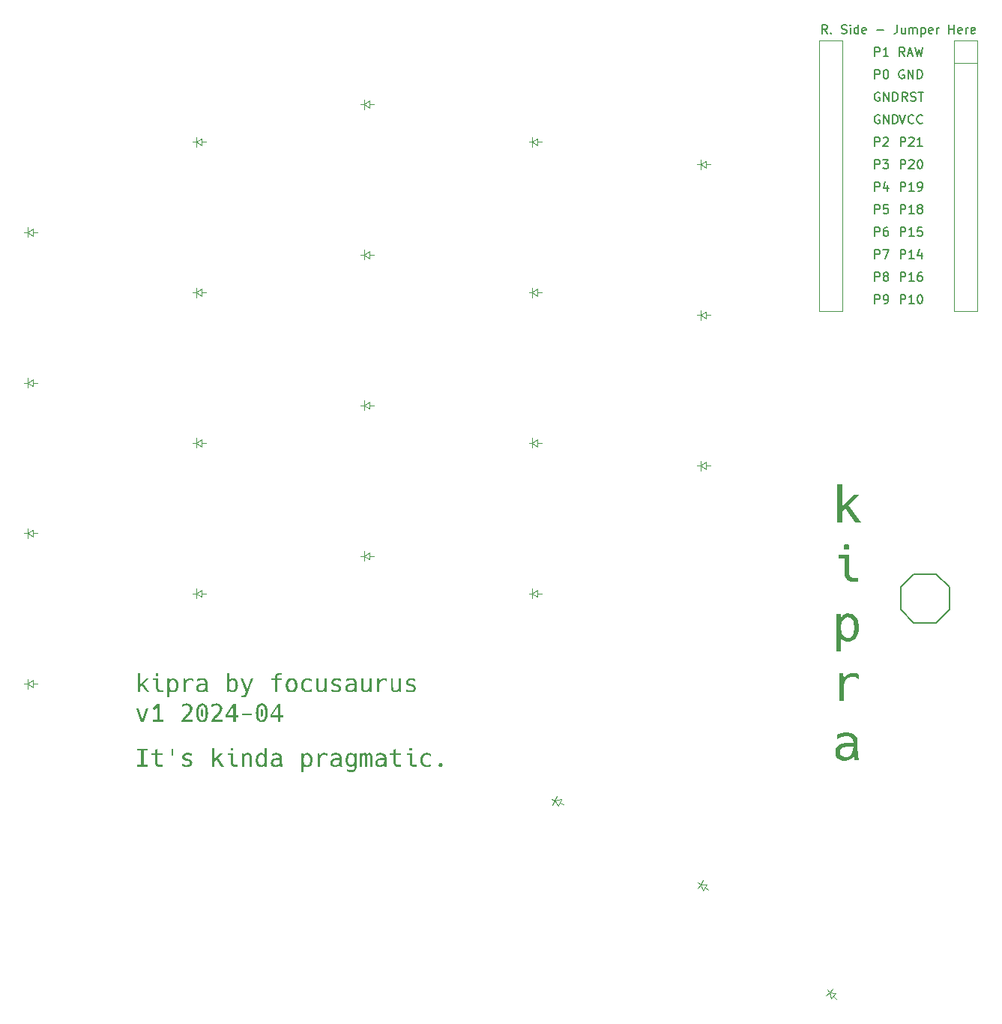
<source format=gto>
G04 #@! TF.GenerationSoftware,KiCad,Pcbnew,8.0.1*
G04 #@! TF.CreationDate,2024-03-30T10:30:43-04:00*
G04 #@! TF.ProjectId,kipra-kicad,6b697072-612d-46b6-9963-61642e6b6963,v1.0.0*
G04 #@! TF.SameCoordinates,Original*
G04 #@! TF.FileFunction,Legend,Top*
G04 #@! TF.FilePolarity,Positive*
%FSLAX46Y46*%
G04 Gerber Fmt 4.6, Leading zero omitted, Abs format (unit mm)*
G04 Created by KiCad (PCBNEW 8.0.1) date 2024-03-30 10:30:43*
%MOMM*%
%LPD*%
G01*
G04 APERTURE LIST*
%ADD10C,0.150000*%
%ADD11C,0.100000*%
%ADD12C,0.120000*%
G04 APERTURE END LIST*
D10*
G36*
X111599719Y-113747020D02*
G01*
X112027632Y-113747020D01*
X112027632Y-112140879D01*
X111599719Y-112140879D01*
X111599719Y-111927899D01*
X112733006Y-111927899D01*
X112733006Y-112140879D01*
X112305092Y-112140879D01*
X112305092Y-113747020D01*
X112733006Y-113747020D01*
X112733006Y-113960000D01*
X111599719Y-113960000D01*
X111599719Y-113747020D01*
G37*
G36*
X114112489Y-113960000D02*
G01*
X114012581Y-113956050D01*
X113910650Y-113941457D01*
X113813449Y-113911614D01*
X113728694Y-113861253D01*
X113713397Y-113847648D01*
X113651830Y-113761877D01*
X113615916Y-113658090D01*
X113600753Y-113559949D01*
X113596648Y-113463698D01*
X113596648Y-112641088D01*
X113188274Y-112641088D01*
X113188274Y-112428108D01*
X113596648Y-112428108D01*
X113596648Y-112029016D01*
X113848219Y-111919595D01*
X113848219Y-112428108D01*
X114419747Y-112428108D01*
X114419747Y-112641088D01*
X113848219Y-112641088D01*
X113848219Y-113452463D01*
X113855838Y-113553145D01*
X113887574Y-113648060D01*
X113912699Y-113681563D01*
X114000992Y-113730655D01*
X114098468Y-113745997D01*
X114136914Y-113747020D01*
X114419747Y-113747020D01*
X114419747Y-113960000D01*
X114112489Y-113960000D01*
G37*
G36*
X115415281Y-111927899D02*
G01*
X115653173Y-111927899D01*
X115653173Y-112678213D01*
X115415281Y-112678213D01*
X115415281Y-111927899D01*
G37*
G36*
X117183110Y-113991263D02*
G01*
X117083697Y-113986634D01*
X116976945Y-113972750D01*
X116879601Y-113953481D01*
X116776864Y-113927412D01*
X116668735Y-113894542D01*
X116668735Y-113635645D01*
X116774231Y-113684120D01*
X116875296Y-113722565D01*
X116971930Y-113750981D01*
X117079070Y-113771457D01*
X117180180Y-113778283D01*
X117282436Y-113770490D01*
X117376740Y-113744215D01*
X117435658Y-113712337D01*
X117504379Y-113640288D01*
X117531307Y-113541904D01*
X117531401Y-113535017D01*
X117506053Y-113438657D01*
X117451289Y-113380167D01*
X117363293Y-113333083D01*
X117268441Y-113301993D01*
X117196300Y-113284912D01*
X117091275Y-113263419D01*
X116990525Y-113238201D01*
X116894406Y-113201510D01*
X116808997Y-113150410D01*
X116774736Y-113120781D01*
X116713416Y-113035945D01*
X116682068Y-112940437D01*
X116674108Y-112849672D01*
X116683512Y-112747028D01*
X116716570Y-112646590D01*
X116773431Y-112562072D01*
X116824562Y-112514570D01*
X116907727Y-112463066D01*
X117006767Y-112426277D01*
X117106451Y-112406158D01*
X117218289Y-112397305D01*
X117252475Y-112396845D01*
X117354737Y-112401286D01*
X117455502Y-112414610D01*
X117554772Y-112436816D01*
X117652545Y-112467905D01*
X117707744Y-112489658D01*
X117707744Y-112736831D01*
X117612989Y-112687344D01*
X117516365Y-112650011D01*
X117417870Y-112624833D01*
X117317505Y-112611810D01*
X117259314Y-112609825D01*
X117146926Y-112617673D01*
X117045196Y-112646668D01*
X116960905Y-112715340D01*
X116928932Y-112819329D01*
X116928609Y-112833063D01*
X116947313Y-112931344D01*
X116956942Y-112948346D01*
X117037958Y-113008698D01*
X117066362Y-113020153D01*
X117166502Y-113049584D01*
X117266611Y-113072459D01*
X117304743Y-113080237D01*
X117405860Y-113099288D01*
X117515345Y-113128859D01*
X117606273Y-113171168D01*
X117690891Y-113238750D01*
X117748788Y-113324674D01*
X117779964Y-113428939D01*
X117785902Y-113508639D01*
X117775796Y-113614823D01*
X117745480Y-113709162D01*
X117687215Y-113801134D01*
X117624213Y-113862302D01*
X117536194Y-113918722D01*
X117433337Y-113959023D01*
X117331166Y-113981062D01*
X117217635Y-113990759D01*
X117183110Y-113991263D01*
G37*
G36*
X120055406Y-111834110D02*
G01*
X120314792Y-111834110D01*
X120314792Y-113067048D01*
X120975225Y-112428108D01*
X121281505Y-112428108D01*
X120678714Y-113008429D01*
X121375783Y-113960000D01*
X121068037Y-113960000D01*
X120502371Y-113172072D01*
X120314792Y-113347438D01*
X120314792Y-113960000D01*
X120055406Y-113960000D01*
X120055406Y-111834110D01*
G37*
G36*
X122145637Y-112146741D02*
G01*
X122104604Y-112106685D01*
X122104604Y-111874166D01*
X122145637Y-111834110D01*
X122342496Y-111834110D01*
X122383529Y-111874166D01*
X122383529Y-112106685D01*
X122342496Y-112146741D01*
X122145637Y-112146741D01*
G37*
G36*
X122604813Y-113960000D02*
G01*
X122498354Y-113951085D01*
X122393841Y-113919743D01*
X122305480Y-113865836D01*
X122255546Y-113817362D01*
X122195804Y-113727932D01*
X122159114Y-113632997D01*
X122137873Y-113523531D01*
X122131959Y-113415826D01*
X122131959Y-112641088D01*
X121796858Y-112641088D01*
X121796858Y-112428108D01*
X122383529Y-112428108D01*
X122383529Y-113408011D01*
X122390917Y-113512287D01*
X122418700Y-113611709D01*
X122446055Y-113660069D01*
X122523480Y-113725282D01*
X122622241Y-113746935D01*
X122629726Y-113747020D01*
X122923306Y-113747020D01*
X122923306Y-113960000D01*
X122604813Y-113960000D01*
G37*
G36*
X123381505Y-112428108D02*
G01*
X123608163Y-112428108D01*
X123633076Y-112662581D01*
X123690864Y-112572273D01*
X123760914Y-112500648D01*
X123843226Y-112447709D01*
X123937799Y-112413454D01*
X124044634Y-112397883D01*
X124082971Y-112396845D01*
X124192880Y-112406493D01*
X124288135Y-112435436D01*
X124386595Y-112498748D01*
X124462158Y-112592209D01*
X124506122Y-112688685D01*
X124535431Y-112804456D01*
X124547796Y-112903947D01*
X124551917Y-113014291D01*
X124551917Y-113960000D01*
X124298882Y-113960000D01*
X124298882Y-113010872D01*
X124293201Y-112903298D01*
X124273567Y-112804074D01*
X124231492Y-112713216D01*
X124227074Y-112707034D01*
X124149189Y-112640582D01*
X124049910Y-112612198D01*
X124004813Y-112609825D01*
X123900876Y-112622180D01*
X123805279Y-112664312D01*
X123729307Y-112736343D01*
X123678560Y-112825625D01*
X123648958Y-112923436D01*
X123635425Y-113024262D01*
X123633076Y-113093914D01*
X123633076Y-113960000D01*
X123381505Y-113960000D01*
X123381505Y-112428108D01*
G37*
G36*
X126223515Y-113960000D02*
G01*
X125996858Y-113960000D01*
X125971945Y-113759232D01*
X125905828Y-113849642D01*
X125825873Y-113917847D01*
X125732079Y-113963845D01*
X125624449Y-113987637D01*
X125556732Y-113991263D01*
X125457518Y-113984393D01*
X125360394Y-113960969D01*
X125275853Y-113920921D01*
X125197245Y-113861203D01*
X125131414Y-113788297D01*
X125094625Y-113732365D01*
X125049287Y-113640270D01*
X125014391Y-113541306D01*
X124996928Y-113471514D01*
X124979963Y-113372884D01*
X124970040Y-113273792D01*
X124967428Y-113192588D01*
X125232378Y-113192588D01*
X125236238Y-113293196D01*
X125246055Y-113387006D01*
X125265717Y-113485680D01*
X125297346Y-113577515D01*
X125347375Y-113662358D01*
X125408233Y-113722107D01*
X125499320Y-113765939D01*
X125601673Y-113778283D01*
X125702974Y-113766154D01*
X125793648Y-113723084D01*
X125865106Y-113650080D01*
X125905511Y-113578981D01*
X125938240Y-113486779D01*
X125958267Y-113387983D01*
X125968526Y-113288087D01*
X125971945Y-113192588D01*
X125968085Y-113092394D01*
X125958267Y-112999637D01*
X125938240Y-112901329D01*
X125905511Y-112809616D01*
X125854720Y-112724667D01*
X125793648Y-112665512D01*
X125702974Y-112622061D01*
X125601673Y-112609825D01*
X125499320Y-112622061D01*
X125408233Y-112665512D01*
X125337083Y-112738276D01*
X125297346Y-112809616D01*
X125264137Y-112907280D01*
X125246055Y-112999637D01*
X125235797Y-113098433D01*
X125232378Y-113192588D01*
X124967428Y-113192588D01*
X124967130Y-113183307D01*
X124971054Y-113073443D01*
X124982824Y-112970997D01*
X125007308Y-112857854D01*
X125043091Y-112755392D01*
X125090175Y-112663612D01*
X125127842Y-112608360D01*
X125203553Y-112525943D01*
X125290063Y-112463770D01*
X125387372Y-112421839D01*
X125495481Y-112400150D01*
X125562106Y-112396845D01*
X125666340Y-112406600D01*
X125761545Y-112435865D01*
X125802441Y-112455952D01*
X125882024Y-112514221D01*
X125946935Y-112593774D01*
X125971945Y-112637669D01*
X125971945Y-111834110D01*
X126223515Y-111834110D01*
X126223515Y-113960000D01*
G37*
G36*
X127399667Y-112402135D02*
G01*
X127498951Y-112418003D01*
X127563920Y-112434459D01*
X127656061Y-112469103D01*
X127744717Y-112521983D01*
X127787646Y-112557069D01*
X127853928Y-112635722D01*
X127896792Y-112725355D01*
X127913676Y-112785191D01*
X127927592Y-112884117D01*
X127933469Y-112983036D01*
X127935169Y-113089030D01*
X127935169Y-113401172D01*
X127937161Y-113501006D01*
X127942487Y-113599280D01*
X127949335Y-113684494D01*
X127963797Y-113787133D01*
X127989580Y-113889623D01*
X128015769Y-113960000D01*
X127763222Y-113960000D01*
X127731570Y-113865464D01*
X127726097Y-113842274D01*
X127708006Y-113745901D01*
X127704115Y-113719665D01*
X127641314Y-113806000D01*
X127563737Y-113875596D01*
X127480389Y-113924340D01*
X127380478Y-113962441D01*
X127276874Y-113984727D01*
X127179482Y-113991263D01*
X127073450Y-113983325D01*
X126977126Y-113959511D01*
X126880368Y-113913744D01*
X126813606Y-113864256D01*
X126743947Y-113784044D01*
X126697085Y-113686289D01*
X126674569Y-113584669D01*
X126669619Y-113501311D01*
X126921073Y-113501311D01*
X126935665Y-113602817D01*
X126988766Y-113691088D01*
X127009489Y-113709406D01*
X127097565Y-113756490D01*
X127197768Y-113776601D01*
X127241031Y-113778283D01*
X127341293Y-113769625D01*
X127435002Y-113740430D01*
X127494555Y-113705010D01*
X127569942Y-113631867D01*
X127621861Y-113548544D01*
X127637193Y-113512547D01*
X127666606Y-113413199D01*
X127680448Y-113316341D01*
X127682622Y-113257557D01*
X127682622Y-113203824D01*
X127363641Y-113203824D01*
X127264773Y-113208868D01*
X127167836Y-113224002D01*
X127155057Y-113226782D01*
X127062245Y-113260122D01*
X126987018Y-113314221D01*
X126935563Y-113398894D01*
X126921073Y-113501311D01*
X126669619Y-113501311D01*
X126669503Y-113499357D01*
X126677037Y-113395227D01*
X126703084Y-113295660D01*
X126753223Y-113205751D01*
X126764757Y-113191612D01*
X126837507Y-113123170D01*
X126924111Y-113070312D01*
X127014862Y-113035785D01*
X127113599Y-113012085D01*
X127216248Y-112997164D01*
X127322808Y-112991019D01*
X127344590Y-112990844D01*
X127682622Y-112990844D01*
X127682622Y-112951765D01*
X127674778Y-112853250D01*
X127643887Y-112757821D01*
X127583459Y-112685052D01*
X127489668Y-112636345D01*
X127389653Y-112614527D01*
X127305023Y-112609825D01*
X127201296Y-112615252D01*
X127098943Y-112631532D01*
X127031471Y-112648415D01*
X126933560Y-112681617D01*
X126840595Y-112723337D01*
X126781366Y-112755882D01*
X126781366Y-112503824D01*
X126876231Y-112471286D01*
X126971784Y-112443282D01*
X127035867Y-112427131D01*
X127132976Y-112408676D01*
X127231597Y-112398738D01*
X127298184Y-112396845D01*
X127399667Y-112402135D01*
G37*
G36*
X130875212Y-112404333D02*
G01*
X130980305Y-112431995D01*
X131074178Y-112480040D01*
X131156831Y-112548469D01*
X131209000Y-112609825D01*
X131262621Y-112695154D01*
X131305148Y-112791404D01*
X131336581Y-112898577D01*
X131354300Y-112996232D01*
X131364316Y-113101471D01*
X131366781Y-113191123D01*
X131362893Y-113303451D01*
X131351230Y-113408098D01*
X131331790Y-113505066D01*
X131298199Y-113611288D01*
X131253411Y-113706452D01*
X131207535Y-113777306D01*
X131132465Y-113860674D01*
X131046596Y-113923565D01*
X130949928Y-113965981D01*
X130842460Y-113987920D01*
X130776202Y-113991263D01*
X130674227Y-113983105D01*
X130569755Y-113952968D01*
X130480897Y-113900626D01*
X130407654Y-113826077D01*
X130364897Y-113759232D01*
X130364897Y-114553998D01*
X130111861Y-114553998D01*
X130111861Y-113192588D01*
X130364897Y-113192588D01*
X130368332Y-113293568D01*
X130381021Y-113399916D01*
X130406972Y-113506345D01*
X130445134Y-113596654D01*
X130462594Y-113626364D01*
X130532003Y-113706477D01*
X130618108Y-113756919D01*
X130720909Y-113777689D01*
X130743473Y-113778283D01*
X130847048Y-113764019D01*
X130948164Y-113709248D01*
X131013117Y-113632226D01*
X131060516Y-113526676D01*
X131085795Y-113421698D01*
X131099839Y-113298462D01*
X131102999Y-113194054D01*
X131099839Y-113089646D01*
X131085795Y-112966410D01*
X131060516Y-112861431D01*
X131013117Y-112755882D01*
X130948164Y-112678860D01*
X130847048Y-112624088D01*
X130743473Y-112609825D01*
X130636608Y-112624613D01*
X130546820Y-112668978D01*
X130474110Y-112742918D01*
X130461617Y-112761256D01*
X130414863Y-112856598D01*
X130386149Y-112958409D01*
X130370942Y-113060667D01*
X130364991Y-113175220D01*
X130364897Y-113192588D01*
X130111861Y-113192588D01*
X130111861Y-112428108D01*
X130339984Y-112428108D01*
X130364897Y-112637669D01*
X130419245Y-112555826D01*
X130495934Y-112481745D01*
X130586929Y-112430711D01*
X130692229Y-112402725D01*
X130776202Y-112396845D01*
X130875212Y-112404333D01*
G37*
G36*
X131949056Y-112428108D02*
G01*
X132177667Y-112428108D01*
X132202092Y-112731458D01*
X132248689Y-112637749D01*
X132307879Y-112558732D01*
X132387535Y-112488785D01*
X132395532Y-112483307D01*
X132490531Y-112434081D01*
X132587312Y-112407062D01*
X132694016Y-112396930D01*
X132705232Y-112396845D01*
X132807430Y-112403762D01*
X132911920Y-112427671D01*
X133006870Y-112468658D01*
X133033494Y-112484284D01*
X133033494Y-112748066D01*
X132956100Y-112687586D01*
X132860930Y-112640200D01*
X132757181Y-112614685D01*
X132683250Y-112609825D01*
X132573738Y-112619198D01*
X132477720Y-112647316D01*
X132385829Y-112701356D01*
X132326167Y-112759790D01*
X132271884Y-112842924D01*
X132233110Y-112942362D01*
X132211906Y-113042743D01*
X132202576Y-113155607D01*
X132202092Y-113190146D01*
X132202092Y-113960000D01*
X131949056Y-113960000D01*
X131949056Y-112428108D01*
G37*
G36*
X134136861Y-112402135D02*
G01*
X134236146Y-112418003D01*
X134301115Y-112434459D01*
X134393255Y-112469103D01*
X134481912Y-112521983D01*
X134524841Y-112557069D01*
X134591122Y-112635722D01*
X134633987Y-112725355D01*
X134650870Y-112785191D01*
X134664786Y-112884117D01*
X134670664Y-112983036D01*
X134672364Y-113089030D01*
X134672364Y-113401172D01*
X134674356Y-113501006D01*
X134679682Y-113599280D01*
X134686530Y-113684494D01*
X134700992Y-113787133D01*
X134726775Y-113889623D01*
X134752964Y-113960000D01*
X134500417Y-113960000D01*
X134468764Y-113865464D01*
X134463292Y-113842274D01*
X134445200Y-113745901D01*
X134441310Y-113719665D01*
X134378509Y-113806000D01*
X134300931Y-113875596D01*
X134217584Y-113924340D01*
X134117673Y-113962441D01*
X134014068Y-113984727D01*
X133916676Y-113991263D01*
X133810644Y-113983325D01*
X133714321Y-113959511D01*
X133617562Y-113913744D01*
X133550801Y-113864256D01*
X133481141Y-113784044D01*
X133434280Y-113686289D01*
X133411763Y-113584669D01*
X133406813Y-113501311D01*
X133658267Y-113501311D01*
X133672860Y-113602817D01*
X133725961Y-113691088D01*
X133746683Y-113709406D01*
X133834760Y-113756490D01*
X133934963Y-113776601D01*
X133978226Y-113778283D01*
X134078488Y-113769625D01*
X134172197Y-113740430D01*
X134231750Y-113705010D01*
X134307137Y-113631867D01*
X134359056Y-113548544D01*
X134374387Y-113512547D01*
X134403801Y-113413199D01*
X134417643Y-113316341D01*
X134419817Y-113257557D01*
X134419817Y-113203824D01*
X134100835Y-113203824D01*
X134001967Y-113208868D01*
X133905031Y-113224002D01*
X133892252Y-113226782D01*
X133799440Y-113260122D01*
X133724213Y-113314221D01*
X133672757Y-113398894D01*
X133658267Y-113501311D01*
X133406813Y-113501311D01*
X133406697Y-113499357D01*
X133414232Y-113395227D01*
X133440278Y-113295660D01*
X133490417Y-113205751D01*
X133501952Y-113191612D01*
X133574702Y-113123170D01*
X133661305Y-113070312D01*
X133752057Y-113035785D01*
X133850794Y-113012085D01*
X133953443Y-112997164D01*
X134060003Y-112991019D01*
X134081785Y-112990844D01*
X134419817Y-112990844D01*
X134419817Y-112951765D01*
X134411973Y-112853250D01*
X134381081Y-112757821D01*
X134320654Y-112685052D01*
X134226863Y-112636345D01*
X134126847Y-112614527D01*
X134042217Y-112609825D01*
X133938490Y-112615252D01*
X133836137Y-112631532D01*
X133768665Y-112648415D01*
X133670754Y-112681617D01*
X133577789Y-112723337D01*
X133518561Y-112755882D01*
X133518561Y-112503824D01*
X133613426Y-112471286D01*
X133708978Y-112443282D01*
X133773062Y-112427131D01*
X133870171Y-112408676D01*
X133968792Y-112398738D01*
X134035378Y-112396845D01*
X134136861Y-112402135D01*
G37*
G36*
X135804666Y-112404951D02*
G01*
X135900237Y-112432027D01*
X135946823Y-112454487D01*
X136029757Y-112518106D01*
X136094544Y-112600790D01*
X136116327Y-112638646D01*
X136140752Y-112428108D01*
X136367898Y-112428108D01*
X136367898Y-113864745D01*
X136364177Y-113962697D01*
X136349888Y-114071645D01*
X136324884Y-114171216D01*
X136282168Y-114275531D01*
X136224867Y-114367083D01*
X136215490Y-114379120D01*
X136139859Y-114453352D01*
X136046323Y-114509351D01*
X135951899Y-114542839D01*
X135844319Y-114562932D01*
X135744621Y-114569444D01*
X135723585Y-114569630D01*
X135619872Y-114564907D01*
X135522687Y-114551977D01*
X135501812Y-114548136D01*
X135404921Y-114526525D01*
X135309151Y-114499303D01*
X135281994Y-114490495D01*
X135281994Y-114232575D01*
X135375186Y-114273741D01*
X135472679Y-114310045D01*
X135501324Y-114319525D01*
X135596114Y-114343562D01*
X135699818Y-114355744D01*
X135737263Y-114356650D01*
X135838997Y-114348269D01*
X135934246Y-114317308D01*
X135967339Y-114297055D01*
X136037193Y-114225736D01*
X136080498Y-114137579D01*
X136082622Y-114130969D01*
X136105663Y-114032141D01*
X136115505Y-113929488D01*
X136116327Y-113887215D01*
X136116327Y-113702568D01*
X136063983Y-113792327D01*
X135993324Y-113867241D01*
X135949265Y-113897962D01*
X135857806Y-113938129D01*
X135754092Y-113957818D01*
X135702092Y-113960000D01*
X135596031Y-113951861D01*
X135493495Y-113924418D01*
X135425609Y-113891123D01*
X135346795Y-113832780D01*
X135275366Y-113755311D01*
X135242915Y-113707452D01*
X135196547Y-113618288D01*
X135160758Y-113522255D01*
X135142775Y-113454417D01*
X135123725Y-113350507D01*
X135113466Y-113246871D01*
X135111512Y-113177934D01*
X135111781Y-113171584D01*
X135376760Y-113171584D01*
X135380212Y-113271910D01*
X135392965Y-113377237D01*
X135419045Y-113482155D01*
X135463056Y-113580480D01*
X135474946Y-113599497D01*
X135544440Y-113677292D01*
X135629582Y-113726274D01*
X135730370Y-113746443D01*
X135752406Y-113747020D01*
X135855961Y-113732709D01*
X135950257Y-113683908D01*
X136018149Y-113609490D01*
X136024004Y-113600474D01*
X136068633Y-113507532D01*
X136096041Y-113407270D01*
X136110557Y-113305917D01*
X136116237Y-113191848D01*
X136116327Y-113174515D01*
X136112467Y-113076429D01*
X136102650Y-112986448D01*
X136081362Y-112885710D01*
X136051359Y-112802777D01*
X135997915Y-112716653D01*
X135940961Y-112663558D01*
X135851325Y-112621632D01*
X135750940Y-112609825D01*
X135645715Y-112623755D01*
X135557187Y-112665543D01*
X135485355Y-112735190D01*
X135472992Y-112752463D01*
X135426474Y-112843087D01*
X135397905Y-112941547D01*
X135382775Y-113041524D01*
X135376854Y-113154405D01*
X135376760Y-113171584D01*
X135111781Y-113171584D01*
X135115909Y-113074322D01*
X135129098Y-112970846D01*
X135142775Y-112901939D01*
X135171650Y-112801624D01*
X135211377Y-112708041D01*
X135243892Y-112649392D01*
X135302464Y-112570052D01*
X135379871Y-112498518D01*
X135427563Y-112466210D01*
X135520299Y-112423941D01*
X135617617Y-112402332D01*
X135705999Y-112396845D01*
X135804666Y-112404951D01*
G37*
G36*
X136738170Y-112428108D02*
G01*
X136944799Y-112428108D01*
X136966293Y-112565373D01*
X137025768Y-112483907D01*
X137108257Y-112424659D01*
X137208015Y-112398326D01*
X137241310Y-112396845D01*
X137341830Y-112412185D01*
X137431494Y-112465213D01*
X137492369Y-112545322D01*
X137513397Y-112590774D01*
X137566489Y-112505930D01*
X137642202Y-112439457D01*
X137734839Y-112403663D01*
X137805999Y-112396845D01*
X137911348Y-112410441D01*
X138001887Y-112456802D01*
X138065874Y-112536064D01*
X138102238Y-112636588D01*
X138122294Y-112742449D01*
X138133754Y-112852461D01*
X138139264Y-112957729D01*
X138141101Y-113075352D01*
X138141101Y-113960000D01*
X137911024Y-113960000D01*
X137911024Y-113088541D01*
X137910165Y-112988964D01*
X137906868Y-112889496D01*
X137902231Y-112823293D01*
X137887233Y-112725138D01*
X137874387Y-112684563D01*
X137800687Y-112618656D01*
X137739077Y-112609825D01*
X137642425Y-112635637D01*
X137595462Y-112691402D01*
X137567985Y-112787206D01*
X137562245Y-112830132D01*
X137555583Y-112932163D01*
X137553190Y-113038054D01*
X137552964Y-113088541D01*
X137552964Y-113960000D01*
X137323376Y-113960000D01*
X137323376Y-113088541D01*
X137322221Y-112983446D01*
X137317880Y-112880080D01*
X137313606Y-112827690D01*
X137298624Y-112731089D01*
X137283808Y-112686029D01*
X137207523Y-112618830D01*
X137145567Y-112609825D01*
X137048050Y-112638068D01*
X137007325Y-112689937D01*
X136981680Y-112786748D01*
X136976062Y-112831109D01*
X136969050Y-112934628D01*
X136966531Y-113039237D01*
X136966293Y-113088541D01*
X136966293Y-113960000D01*
X136738170Y-113960000D01*
X136738170Y-112428108D01*
G37*
G36*
X139189757Y-112402135D02*
G01*
X139289042Y-112418003D01*
X139354011Y-112434459D01*
X139446151Y-112469103D01*
X139534808Y-112521983D01*
X139577737Y-112557069D01*
X139644018Y-112635722D01*
X139686883Y-112725355D01*
X139703766Y-112785191D01*
X139717683Y-112884117D01*
X139723560Y-112983036D01*
X139725260Y-113089030D01*
X139725260Y-113401172D01*
X139727252Y-113501006D01*
X139732578Y-113599280D01*
X139739426Y-113684494D01*
X139753888Y-113787133D01*
X139779671Y-113889623D01*
X139805860Y-113960000D01*
X139553313Y-113960000D01*
X139521660Y-113865464D01*
X139516188Y-113842274D01*
X139498096Y-113745901D01*
X139494206Y-113719665D01*
X139431405Y-113806000D01*
X139353827Y-113875596D01*
X139270480Y-113924340D01*
X139170569Y-113962441D01*
X139066964Y-113984727D01*
X138969572Y-113991263D01*
X138863540Y-113983325D01*
X138767217Y-113959511D01*
X138670458Y-113913744D01*
X138603697Y-113864256D01*
X138534037Y-113784044D01*
X138487176Y-113686289D01*
X138464659Y-113584669D01*
X138459709Y-113501311D01*
X138711163Y-113501311D01*
X138725756Y-113602817D01*
X138778857Y-113691088D01*
X138799579Y-113709406D01*
X138887656Y-113756490D01*
X138987859Y-113776601D01*
X139031122Y-113778283D01*
X139131384Y-113769625D01*
X139225093Y-113740430D01*
X139284646Y-113705010D01*
X139360033Y-113631867D01*
X139411952Y-113548544D01*
X139427283Y-113512547D01*
X139456697Y-113413199D01*
X139470539Y-113316341D01*
X139472713Y-113257557D01*
X139472713Y-113203824D01*
X139153732Y-113203824D01*
X139054863Y-113208868D01*
X138957927Y-113224002D01*
X138945148Y-113226782D01*
X138852336Y-113260122D01*
X138777109Y-113314221D01*
X138725653Y-113398894D01*
X138711163Y-113501311D01*
X138459709Y-113501311D01*
X138459593Y-113499357D01*
X138467128Y-113395227D01*
X138493174Y-113295660D01*
X138543313Y-113205751D01*
X138554848Y-113191612D01*
X138627598Y-113123170D01*
X138714201Y-113070312D01*
X138804953Y-113035785D01*
X138903690Y-113012085D01*
X139006339Y-112997164D01*
X139112899Y-112991019D01*
X139134681Y-112990844D01*
X139472713Y-112990844D01*
X139472713Y-112951765D01*
X139464869Y-112853250D01*
X139433977Y-112757821D01*
X139373550Y-112685052D01*
X139279759Y-112636345D01*
X139179743Y-112614527D01*
X139095113Y-112609825D01*
X138991386Y-112615252D01*
X138889033Y-112631532D01*
X138821561Y-112648415D01*
X138723650Y-112681617D01*
X138630685Y-112723337D01*
X138571457Y-112755882D01*
X138571457Y-112503824D01*
X138666322Y-112471286D01*
X138761874Y-112443282D01*
X138825958Y-112427131D01*
X138923067Y-112408676D01*
X139021688Y-112398738D01*
X139088274Y-112396845D01*
X139189757Y-112402135D01*
G37*
G36*
X141061268Y-113960000D02*
G01*
X140961359Y-113956050D01*
X140859429Y-113941457D01*
X140762228Y-113911614D01*
X140677473Y-113861253D01*
X140662175Y-113847648D01*
X140600609Y-113761877D01*
X140564695Y-113658090D01*
X140549532Y-113559949D01*
X140545427Y-113463698D01*
X140545427Y-112641088D01*
X140137053Y-112641088D01*
X140137053Y-112428108D01*
X140545427Y-112428108D01*
X140545427Y-112029016D01*
X140796997Y-111919595D01*
X140796997Y-112428108D01*
X141368526Y-112428108D01*
X141368526Y-112641088D01*
X140796997Y-112641088D01*
X140796997Y-113452463D01*
X140804617Y-113553145D01*
X140836353Y-113648060D01*
X140861477Y-113681563D01*
X140949771Y-113730655D01*
X141047247Y-113745997D01*
X141085692Y-113747020D01*
X141368526Y-113747020D01*
X141368526Y-113960000D01*
X141061268Y-113960000D01*
G37*
G36*
X142357221Y-112146741D02*
G01*
X142316188Y-112106685D01*
X142316188Y-111874166D01*
X142357221Y-111834110D01*
X142554080Y-111834110D01*
X142595113Y-111874166D01*
X142595113Y-112106685D01*
X142554080Y-112146741D01*
X142357221Y-112146741D01*
G37*
G36*
X142816397Y-113960000D02*
G01*
X142709938Y-113951085D01*
X142605425Y-113919743D01*
X142517064Y-113865836D01*
X142467130Y-113817362D01*
X142407388Y-113727932D01*
X142370698Y-113632997D01*
X142349457Y-113523531D01*
X142343543Y-113415826D01*
X142343543Y-112641088D01*
X142008442Y-112641088D01*
X142008442Y-112428108D01*
X142595113Y-112428108D01*
X142595113Y-113408011D01*
X142602502Y-113512287D01*
X142630284Y-113611709D01*
X142657639Y-113660069D01*
X142735064Y-113725282D01*
X142833825Y-113746935D01*
X142841310Y-113747020D01*
X143134890Y-113747020D01*
X143134890Y-113960000D01*
X142816397Y-113960000D01*
G37*
G36*
X144290159Y-113991263D02*
G01*
X144188041Y-113986424D01*
X144080322Y-113969045D01*
X143982190Y-113939026D01*
X143893644Y-113896367D01*
X143883250Y-113890146D01*
X143797027Y-113827008D01*
X143723555Y-113751351D01*
X143662835Y-113663175D01*
X143634611Y-113608778D01*
X143597852Y-113515264D01*
X143571596Y-113414972D01*
X143555842Y-113307902D01*
X143550673Y-113208656D01*
X143550591Y-113194054D01*
X143554635Y-113093542D01*
X143569160Y-112985312D01*
X143594248Y-112884165D01*
X143629900Y-112790101D01*
X143635099Y-112778841D01*
X143689247Y-112683946D01*
X143756068Y-112601492D01*
X143835563Y-112531481D01*
X143885204Y-112497962D01*
X143972948Y-112453723D01*
X144070584Y-112422124D01*
X144178112Y-112403165D01*
X144280313Y-112396944D01*
X144295532Y-112396845D01*
X144394929Y-112401763D01*
X144492596Y-112418059D01*
X144525120Y-112426643D01*
X144622257Y-112460560D01*
X144714661Y-112503837D01*
X144734681Y-112514570D01*
X144734681Y-112783726D01*
X144655618Y-112719150D01*
X144570293Y-112666737D01*
X144539775Y-112652323D01*
X144442280Y-112621819D01*
X144340633Y-112610199D01*
X144317514Y-112609825D01*
X144219561Y-112616046D01*
X144115899Y-112640546D01*
X144022957Y-112688471D01*
X143949112Y-112754783D01*
X143892440Y-112836482D01*
X143864199Y-112899497D01*
X143836666Y-112994029D01*
X143820562Y-113095603D01*
X143815839Y-113194054D01*
X143820609Y-113291827D01*
X143836876Y-113393207D01*
X143864688Y-113488122D01*
X143910140Y-113580446D01*
X143972490Y-113657383D01*
X144023445Y-113700125D01*
X144115884Y-113747752D01*
X144218843Y-113772100D01*
X144316048Y-113778283D01*
X144418350Y-113770803D01*
X144514106Y-113748363D01*
X144540263Y-113739204D01*
X144628687Y-113696315D01*
X144711874Y-113636034D01*
X144734681Y-113615617D01*
X144734681Y-113874026D01*
X144646624Y-113919707D01*
X144553426Y-113954168D01*
X144455085Y-113977409D01*
X144351601Y-113989431D01*
X144290159Y-113991263D01*
G37*
G36*
X145848916Y-113991263D02*
G01*
X145753072Y-113970706D01*
X145691136Y-113926294D01*
X145639392Y-113840445D01*
X145627144Y-113756789D01*
X145645204Y-113657268D01*
X145691136Y-113587773D01*
X145777866Y-113533119D01*
X145848916Y-113522316D01*
X145948971Y-113545392D01*
X146005720Y-113587773D01*
X146057859Y-113673228D01*
X146070200Y-113756789D01*
X146052002Y-113856449D01*
X146005720Y-113926294D01*
X145919570Y-113980540D01*
X145848916Y-113991263D01*
G37*
G36*
X111633914Y-103394110D02*
G01*
X111893300Y-103394110D01*
X111893300Y-104627048D01*
X112553733Y-103988108D01*
X112860013Y-103988108D01*
X112257222Y-104568429D01*
X112954291Y-105520000D01*
X112646545Y-105520000D01*
X112080878Y-104732072D01*
X111893300Y-104907438D01*
X111893300Y-105520000D01*
X111633914Y-105520000D01*
X111633914Y-103394110D01*
G37*
G36*
X113724144Y-103706741D02*
G01*
X113683111Y-103666685D01*
X113683111Y-103434166D01*
X113724144Y-103394110D01*
X113921004Y-103394110D01*
X113962037Y-103434166D01*
X113962037Y-103666685D01*
X113921004Y-103706741D01*
X113724144Y-103706741D01*
G37*
G36*
X114183321Y-105520000D02*
G01*
X114076861Y-105511085D01*
X113972349Y-105479743D01*
X113883988Y-105425836D01*
X113834054Y-105377362D01*
X113774312Y-105287932D01*
X113737622Y-105192997D01*
X113716380Y-105083531D01*
X113710467Y-104975826D01*
X113710467Y-104201088D01*
X113375365Y-104201088D01*
X113375365Y-103988108D01*
X113962037Y-103988108D01*
X113962037Y-104968011D01*
X113969425Y-105072287D01*
X113997208Y-105171709D01*
X114024563Y-105220069D01*
X114101988Y-105285282D01*
X114200749Y-105306935D01*
X114208234Y-105307020D01*
X114501813Y-105307020D01*
X114501813Y-105520000D01*
X114183321Y-105520000D01*
G37*
G36*
X115716525Y-103964333D02*
G01*
X115821618Y-103991995D01*
X115915491Y-104040040D01*
X115998144Y-104108469D01*
X116050313Y-104169825D01*
X116103934Y-104255154D01*
X116146461Y-104351404D01*
X116177894Y-104458577D01*
X116195613Y-104556232D01*
X116205629Y-104661471D01*
X116208094Y-104751123D01*
X116204206Y-104863451D01*
X116192543Y-104968098D01*
X116173103Y-105065066D01*
X116139512Y-105171288D01*
X116094724Y-105266452D01*
X116048848Y-105337306D01*
X115973778Y-105420674D01*
X115887909Y-105483565D01*
X115791241Y-105525981D01*
X115683773Y-105547920D01*
X115617515Y-105551263D01*
X115515540Y-105543105D01*
X115411068Y-105512968D01*
X115322210Y-105460626D01*
X115248967Y-105386077D01*
X115206210Y-105319232D01*
X115206210Y-106113998D01*
X114953174Y-106113998D01*
X114953174Y-104752588D01*
X115206210Y-104752588D01*
X115209644Y-104853568D01*
X115222334Y-104959916D01*
X115248284Y-105066345D01*
X115286447Y-105156654D01*
X115303907Y-105186364D01*
X115373316Y-105266477D01*
X115459421Y-105316919D01*
X115562222Y-105337689D01*
X115584786Y-105338283D01*
X115688360Y-105324019D01*
X115789477Y-105269248D01*
X115854430Y-105192226D01*
X115901829Y-105086676D01*
X115927108Y-104981698D01*
X115941152Y-104858462D01*
X115944312Y-104754054D01*
X115941152Y-104649646D01*
X115927108Y-104526410D01*
X115901829Y-104421431D01*
X115854430Y-104315882D01*
X115789477Y-104238860D01*
X115688360Y-104184088D01*
X115584786Y-104169825D01*
X115477920Y-104184613D01*
X115388133Y-104228978D01*
X115315423Y-104302918D01*
X115302930Y-104321256D01*
X115256176Y-104416598D01*
X115227462Y-104518409D01*
X115212255Y-104620667D01*
X115206304Y-104735220D01*
X115206210Y-104752588D01*
X114953174Y-104752588D01*
X114953174Y-103988108D01*
X115181297Y-103988108D01*
X115206210Y-104197669D01*
X115260558Y-104115826D01*
X115337247Y-104041745D01*
X115428242Y-103990711D01*
X115533542Y-103962725D01*
X115617515Y-103956845D01*
X115716525Y-103964333D01*
G37*
G36*
X116790369Y-103988108D02*
G01*
X117018980Y-103988108D01*
X117043405Y-104291458D01*
X117090001Y-104197749D01*
X117149192Y-104118732D01*
X117228848Y-104048785D01*
X117236845Y-104043307D01*
X117331844Y-103994081D01*
X117428625Y-103967062D01*
X117535329Y-103956930D01*
X117546545Y-103956845D01*
X117648743Y-103963762D01*
X117753233Y-103987671D01*
X117848183Y-104028658D01*
X117874807Y-104044284D01*
X117874807Y-104308066D01*
X117797413Y-104247586D01*
X117702242Y-104200200D01*
X117598494Y-104174685D01*
X117524563Y-104169825D01*
X117415051Y-104179198D01*
X117319033Y-104207316D01*
X117227142Y-104261356D01*
X117167480Y-104319790D01*
X117113197Y-104402924D01*
X117074423Y-104502362D01*
X117053219Y-104602743D01*
X117043889Y-104715607D01*
X117043405Y-104750146D01*
X117043405Y-105520000D01*
X116790369Y-105520000D01*
X116790369Y-103988108D01*
G37*
G36*
X118978174Y-103962135D02*
G01*
X119077459Y-103978003D01*
X119142428Y-103994459D01*
X119234568Y-104029103D01*
X119323225Y-104081983D01*
X119366154Y-104117069D01*
X119432435Y-104195722D01*
X119475300Y-104285355D01*
X119492183Y-104345191D01*
X119506099Y-104444117D01*
X119511977Y-104543036D01*
X119513677Y-104649030D01*
X119513677Y-104961172D01*
X119515669Y-105061006D01*
X119520995Y-105159280D01*
X119527843Y-105244494D01*
X119542305Y-105347133D01*
X119568087Y-105449623D01*
X119594277Y-105520000D01*
X119341730Y-105520000D01*
X119310077Y-105425464D01*
X119304605Y-105402274D01*
X119286513Y-105305901D01*
X119282623Y-105279665D01*
X119219822Y-105366000D01*
X119142244Y-105435596D01*
X119058896Y-105484340D01*
X118958986Y-105522441D01*
X118855381Y-105544727D01*
X118757989Y-105551263D01*
X118651957Y-105543325D01*
X118555634Y-105519511D01*
X118458875Y-105473744D01*
X118392114Y-105424256D01*
X118322454Y-105344044D01*
X118275593Y-105246289D01*
X118253076Y-105144669D01*
X118248126Y-105061311D01*
X118499580Y-105061311D01*
X118514172Y-105162817D01*
X118567274Y-105251088D01*
X118587996Y-105269406D01*
X118676073Y-105316490D01*
X118776276Y-105336601D01*
X118819539Y-105338283D01*
X118919801Y-105329625D01*
X119013510Y-105300430D01*
X119073063Y-105265010D01*
X119148450Y-105191867D01*
X119200368Y-105108544D01*
X119215700Y-105072547D01*
X119245114Y-104973199D01*
X119258956Y-104876341D01*
X119261130Y-104817557D01*
X119261130Y-104763824D01*
X118942148Y-104763824D01*
X118843280Y-104768868D01*
X118746344Y-104784002D01*
X118733565Y-104786782D01*
X118640753Y-104820122D01*
X118565526Y-104874221D01*
X118514070Y-104958894D01*
X118499580Y-105061311D01*
X118248126Y-105061311D01*
X118248010Y-105059357D01*
X118255545Y-104955227D01*
X118281591Y-104855660D01*
X118331730Y-104765751D01*
X118343265Y-104751612D01*
X118416015Y-104683170D01*
X118502618Y-104630312D01*
X118593370Y-104595785D01*
X118692107Y-104572085D01*
X118794755Y-104557164D01*
X118901316Y-104551019D01*
X118923097Y-104550844D01*
X119261130Y-104550844D01*
X119261130Y-104511765D01*
X119253286Y-104413250D01*
X119222394Y-104317821D01*
X119161967Y-104245052D01*
X119068176Y-104196345D01*
X118968160Y-104174527D01*
X118883530Y-104169825D01*
X118779803Y-104175252D01*
X118677450Y-104191532D01*
X118609978Y-104208415D01*
X118512067Y-104241617D01*
X118419102Y-104283337D01*
X118359873Y-104315882D01*
X118359873Y-104063824D01*
X118454739Y-104031286D01*
X118550291Y-104003282D01*
X118614375Y-103987131D01*
X118711484Y-103968676D01*
X118810105Y-103958738D01*
X118876691Y-103956845D01*
X118978174Y-103962135D01*
G37*
G36*
X121945847Y-104197669D02*
G01*
X121999771Y-104114412D01*
X122073228Y-104044683D01*
X122119259Y-104015952D01*
X122213869Y-103977683D01*
X122317508Y-103958923D01*
X122368387Y-103956845D01*
X122465865Y-103963667D01*
X122561299Y-103986929D01*
X122644381Y-104026699D01*
X122728250Y-104091033D01*
X122797285Y-104170523D01*
X122824144Y-104212323D01*
X122869642Y-104302724D01*
X122904286Y-104400268D01*
X122921353Y-104469267D01*
X122938040Y-104566265D01*
X122948344Y-104671950D01*
X122950662Y-104751123D01*
X122947083Y-104849071D01*
X122936347Y-104946788D01*
X122920376Y-105035422D01*
X122895388Y-105129870D01*
X122857858Y-105226189D01*
X122822679Y-105293831D01*
X122765801Y-105374637D01*
X122689919Y-105447758D01*
X122642916Y-105480921D01*
X122551668Y-105523785D01*
X122455111Y-105545698D01*
X122366922Y-105551263D01*
X122263859Y-105543105D01*
X122157684Y-105512968D01*
X122066656Y-105460626D01*
X121990774Y-105386077D01*
X121945847Y-105319232D01*
X121921423Y-105520000D01*
X121694277Y-105520000D01*
X121694277Y-104752588D01*
X121945847Y-104752588D01*
X121949707Y-104854202D01*
X121959525Y-104947983D01*
X121979552Y-105046779D01*
X122012281Y-105138981D01*
X122063315Y-105223686D01*
X122124144Y-105283084D01*
X122214956Y-105326154D01*
X122316608Y-105338283D01*
X122418853Y-105326154D01*
X122509559Y-105283084D01*
X122580709Y-105209926D01*
X122620446Y-105138492D01*
X122652075Y-105046046D01*
X122671737Y-104947494D01*
X122681995Y-104848332D01*
X122685414Y-104754054D01*
X122681554Y-104653584D01*
X122671737Y-104560125D01*
X122652075Y-104461451D01*
X122620446Y-104369616D01*
X122570417Y-104284667D01*
X122509559Y-104225512D01*
X122418853Y-104182061D01*
X122316608Y-104169825D01*
X122214956Y-104182061D01*
X122124144Y-104225512D01*
X122052926Y-104297967D01*
X122012281Y-104368639D01*
X121977929Y-104466060D01*
X121959525Y-104558660D01*
X121949266Y-104658189D01*
X121945847Y-104752588D01*
X121694277Y-104752588D01*
X121694277Y-103394110D01*
X121945847Y-103394110D01*
X121945847Y-104197669D01*
G37*
G36*
X123366363Y-105901018D02*
G01*
X123515351Y-105901018D01*
X123613537Y-105885387D01*
X123686321Y-105838492D01*
X123745453Y-105750208D01*
X123791962Y-105651685D01*
X123831289Y-105553898D01*
X123848987Y-105506322D01*
X123256943Y-103988108D01*
X123523656Y-103988108D01*
X123977459Y-105198087D01*
X124424423Y-103988108D01*
X124691137Y-103988108D01*
X124287647Y-105032979D01*
X124250848Y-105128470D01*
X124213596Y-105225427D01*
X124204605Y-105248890D01*
X124187019Y-105292365D01*
X124172365Y-105332909D01*
X124144521Y-105412533D01*
X124127913Y-105456496D01*
X124091999Y-105555268D01*
X124054401Y-105653145D01*
X124027284Y-105719790D01*
X123986326Y-105814150D01*
X123947173Y-105891249D01*
X123887150Y-105978043D01*
X123814364Y-106043519D01*
X123715552Y-106092245D01*
X123615418Y-106112040D01*
X123568596Y-106113998D01*
X123366363Y-106113998D01*
X123366363Y-105901018D01*
G37*
G36*
X127120376Y-104201088D02*
G01*
X126711513Y-104201088D01*
X126711513Y-103988108D01*
X127120376Y-103988108D01*
X127120376Y-103881618D01*
X127125892Y-103778319D01*
X127145707Y-103675775D01*
X127185222Y-103580192D01*
X127235659Y-103512812D01*
X127320609Y-103450215D01*
X127418600Y-103413700D01*
X127522831Y-103397008D01*
X127596161Y-103394110D01*
X127898534Y-103394110D01*
X127898534Y-103607090D01*
X127612769Y-103607090D01*
X127510989Y-103617561D01*
X127425191Y-103661800D01*
X127382137Y-103749538D01*
X127371946Y-103854752D01*
X127371946Y-103988108D01*
X127898534Y-103988108D01*
X127898534Y-104201088D01*
X127371946Y-104201088D01*
X127371946Y-105520000D01*
X127120376Y-105520000D01*
X127120376Y-104201088D01*
G37*
G36*
X129124986Y-103964075D02*
G01*
X129228260Y-103985765D01*
X129321128Y-104021915D01*
X129416320Y-104082366D01*
X129497347Y-104162498D01*
X129554786Y-104245909D01*
X129600341Y-104342268D01*
X129634013Y-104451576D01*
X129652994Y-104552558D01*
X129663722Y-104662532D01*
X129666363Y-104756985D01*
X129662249Y-104873284D01*
X129649906Y-104980686D01*
X129629333Y-105079192D01*
X129593785Y-105185655D01*
X129546386Y-105279307D01*
X129497836Y-105347564D01*
X129417189Y-105426935D01*
X129322284Y-105486811D01*
X129229588Y-105522617D01*
X129126417Y-105544101D01*
X129012769Y-105551263D01*
X128898092Y-105544050D01*
X128794027Y-105522411D01*
X128700576Y-105486347D01*
X128604963Y-105426040D01*
X128523795Y-105346099D01*
X128466356Y-105262676D01*
X128420801Y-105166649D01*
X128387130Y-105058016D01*
X128368149Y-104957860D01*
X128357420Y-104848950D01*
X128354779Y-104755519D01*
X128354883Y-104752588D01*
X128621492Y-104752588D01*
X128625047Y-104854031D01*
X128638181Y-104960704D01*
X128665040Y-105067217D01*
X128704538Y-105157304D01*
X128722609Y-105186852D01*
X128794250Y-105266708D01*
X128882779Y-105316988D01*
X128988194Y-105337691D01*
X129011304Y-105338283D01*
X129109703Y-105326304D01*
X129202992Y-105284898D01*
X129279394Y-105213915D01*
X129299022Y-105186852D01*
X129347666Y-105091278D01*
X129377540Y-104988872D01*
X129393361Y-104885792D01*
X129399257Y-104787429D01*
X129399650Y-104752588D01*
X129396112Y-104651678D01*
X129383043Y-104545583D01*
X129356313Y-104439673D01*
X129317005Y-104350128D01*
X129299022Y-104320767D01*
X129227686Y-104241169D01*
X129139463Y-104191051D01*
X129034353Y-104170415D01*
X129011304Y-104169825D01*
X128912197Y-104181765D01*
X128818392Y-104223038D01*
X128741761Y-104293792D01*
X128722121Y-104320767D01*
X128673477Y-104415753D01*
X128643603Y-104517572D01*
X128627782Y-104620087D01*
X128621886Y-104717929D01*
X128621492Y-104752588D01*
X128354883Y-104752588D01*
X128358918Y-104639172D01*
X128371332Y-104531627D01*
X128392024Y-104432883D01*
X128427779Y-104326007D01*
X128475452Y-104231806D01*
X128524284Y-104162986D01*
X128593200Y-104092931D01*
X128686670Y-104029518D01*
X128777986Y-103990867D01*
X128879640Y-103966709D01*
X128991633Y-103957047D01*
X129011304Y-103956845D01*
X129124986Y-103964075D01*
G37*
G36*
X130815770Y-105551263D02*
G01*
X130713652Y-105546424D01*
X130605934Y-105529045D01*
X130507801Y-105499026D01*
X130419256Y-105456367D01*
X130408862Y-105450146D01*
X130322639Y-105387008D01*
X130249167Y-105311351D01*
X130188446Y-105223175D01*
X130160222Y-105168778D01*
X130123464Y-105075264D01*
X130097208Y-104974972D01*
X130081454Y-104867902D01*
X130076285Y-104768656D01*
X130076203Y-104754054D01*
X130080247Y-104653542D01*
X130094772Y-104545312D01*
X130119860Y-104444165D01*
X130155512Y-104350101D01*
X130160711Y-104338841D01*
X130214858Y-104243946D01*
X130281680Y-104161492D01*
X130361175Y-104091481D01*
X130410816Y-104057962D01*
X130498560Y-104013723D01*
X130596196Y-103982124D01*
X130703724Y-103963165D01*
X130805925Y-103956944D01*
X130821144Y-103956845D01*
X130920541Y-103961763D01*
X131018207Y-103978059D01*
X131050732Y-103986643D01*
X131147868Y-104020560D01*
X131240272Y-104063837D01*
X131260292Y-104074570D01*
X131260292Y-104343726D01*
X131181230Y-104279150D01*
X131095905Y-104226737D01*
X131065386Y-104212323D01*
X130967892Y-104181819D01*
X130866245Y-104170199D01*
X130843125Y-104169825D01*
X130745173Y-104176046D01*
X130641511Y-104200546D01*
X130548569Y-104248471D01*
X130474723Y-104314783D01*
X130418051Y-104396482D01*
X130389811Y-104459497D01*
X130362278Y-104554029D01*
X130346173Y-104655603D01*
X130341451Y-104754054D01*
X130346221Y-104851827D01*
X130362488Y-104953207D01*
X130390299Y-105048122D01*
X130435751Y-105140446D01*
X130498102Y-105217383D01*
X130549057Y-105260125D01*
X130641495Y-105307752D01*
X130744455Y-105332100D01*
X130841660Y-105338283D01*
X130943961Y-105330803D01*
X131039718Y-105308363D01*
X131065875Y-105299204D01*
X131154298Y-105256315D01*
X131237486Y-105196034D01*
X131260292Y-105175617D01*
X131260292Y-105434026D01*
X131172236Y-105479707D01*
X131079037Y-105514168D01*
X130980696Y-105537409D01*
X130877213Y-105549431D01*
X130815770Y-105551263D01*
G37*
G36*
X132269015Y-105551263D02*
G01*
X132159793Y-105541615D01*
X132065133Y-105512672D01*
X131967288Y-105449360D01*
X131892198Y-105355899D01*
X131848509Y-105259423D01*
X131819383Y-105143652D01*
X131807096Y-105044161D01*
X131803000Y-104933817D01*
X131803000Y-103988108D01*
X132054570Y-103988108D01*
X132054570Y-104937236D01*
X132061881Y-105052772D01*
X132083812Y-105148726D01*
X132129430Y-105238021D01*
X132209262Y-105306559D01*
X132317751Y-105336716D01*
X132354012Y-105338283D01*
X132455582Y-105325928D01*
X132549458Y-105283796D01*
X132624633Y-105211765D01*
X132675122Y-105122483D01*
X132704575Y-105024672D01*
X132718038Y-104923846D01*
X132720376Y-104854193D01*
X132720376Y-103988108D01*
X132973412Y-103988108D01*
X132973412Y-105520000D01*
X132744800Y-105520000D01*
X132720376Y-105287969D01*
X132662834Y-105377448D01*
X132592790Y-105448413D01*
X132510243Y-105500867D01*
X132415194Y-105534807D01*
X132307644Y-105550234D01*
X132269015Y-105551263D01*
G37*
G36*
X134026098Y-105551263D02*
G01*
X133926685Y-105546634D01*
X133819932Y-105532750D01*
X133722588Y-105513481D01*
X133619852Y-105487412D01*
X133511723Y-105454542D01*
X133511723Y-105195645D01*
X133617218Y-105244120D01*
X133718283Y-105282565D01*
X133814918Y-105310981D01*
X133922058Y-105331457D01*
X134023167Y-105338283D01*
X134125423Y-105330490D01*
X134219728Y-105304215D01*
X134278645Y-105272337D01*
X134347367Y-105200288D01*
X134374295Y-105101904D01*
X134374388Y-105095017D01*
X134349041Y-104998657D01*
X134294277Y-104940167D01*
X134206281Y-104893083D01*
X134111429Y-104861993D01*
X134039287Y-104844912D01*
X133934263Y-104823419D01*
X133833513Y-104798201D01*
X133737394Y-104761510D01*
X133651985Y-104710410D01*
X133617724Y-104680781D01*
X133556404Y-104595945D01*
X133525056Y-104500437D01*
X133517096Y-104409672D01*
X133526499Y-104307028D01*
X133559558Y-104206590D01*
X133616419Y-104122072D01*
X133667550Y-104074570D01*
X133750714Y-104023066D01*
X133849755Y-103986277D01*
X133949438Y-103966158D01*
X134061277Y-103957305D01*
X134095463Y-103956845D01*
X134197725Y-103961286D01*
X134298490Y-103974610D01*
X134397759Y-103996816D01*
X134495533Y-104027905D01*
X134550732Y-104049658D01*
X134550732Y-104296831D01*
X134455977Y-104247344D01*
X134359352Y-104210011D01*
X134260858Y-104184833D01*
X134160493Y-104171810D01*
X134102302Y-104169825D01*
X133989914Y-104177673D01*
X133888183Y-104206668D01*
X133803893Y-104275340D01*
X133771920Y-104379329D01*
X133771597Y-104393063D01*
X133790301Y-104491344D01*
X133799929Y-104508346D01*
X133880945Y-104568698D01*
X133909350Y-104580153D01*
X134009490Y-104609584D01*
X134109599Y-104632459D01*
X134147731Y-104640237D01*
X134248848Y-104659288D01*
X134358332Y-104688859D01*
X134449260Y-104731168D01*
X134533879Y-104798750D01*
X134591776Y-104884674D01*
X134622951Y-104988939D01*
X134628890Y-105068639D01*
X134618784Y-105174823D01*
X134588467Y-105269162D01*
X134530203Y-105361134D01*
X134467201Y-105422302D01*
X134379182Y-105478722D01*
X134276325Y-105519023D01*
X134174154Y-105541062D01*
X134060622Y-105550759D01*
X134026098Y-105551263D01*
G37*
G36*
X135821161Y-103962135D02*
G01*
X135920446Y-103978003D01*
X135985414Y-103994459D01*
X136077555Y-104029103D01*
X136166211Y-104081983D01*
X136209141Y-104117069D01*
X136275422Y-104195722D01*
X136318287Y-104285355D01*
X136335170Y-104345191D01*
X136349086Y-104444117D01*
X136354963Y-104543036D01*
X136356663Y-104649030D01*
X136356663Y-104961172D01*
X136358656Y-105061006D01*
X136363982Y-105159280D01*
X136370830Y-105244494D01*
X136385291Y-105347133D01*
X136411074Y-105449623D01*
X136437264Y-105520000D01*
X136184716Y-105520000D01*
X136153064Y-105425464D01*
X136147592Y-105402274D01*
X136129500Y-105305901D01*
X136125610Y-105279665D01*
X136062809Y-105366000D01*
X135985231Y-105435596D01*
X135901883Y-105484340D01*
X135801973Y-105522441D01*
X135698368Y-105544727D01*
X135600976Y-105551263D01*
X135494944Y-105543325D01*
X135398621Y-105519511D01*
X135301862Y-105473744D01*
X135235100Y-105424256D01*
X135165441Y-105344044D01*
X135118579Y-105246289D01*
X135096063Y-105144669D01*
X135091113Y-105061311D01*
X135342567Y-105061311D01*
X135357159Y-105162817D01*
X135410261Y-105251088D01*
X135430983Y-105269406D01*
X135519059Y-105316490D01*
X135619263Y-105336601D01*
X135662525Y-105338283D01*
X135762787Y-105329625D01*
X135856497Y-105300430D01*
X135916049Y-105265010D01*
X135991436Y-105191867D01*
X136043355Y-105108544D01*
X136058687Y-105072547D01*
X136088101Y-104973199D01*
X136101942Y-104876341D01*
X136104116Y-104817557D01*
X136104116Y-104763824D01*
X135785135Y-104763824D01*
X135686267Y-104768868D01*
X135589331Y-104784002D01*
X135576552Y-104786782D01*
X135483739Y-104820122D01*
X135408513Y-104874221D01*
X135357057Y-104958894D01*
X135342567Y-105061311D01*
X135091113Y-105061311D01*
X135090997Y-105059357D01*
X135098532Y-104955227D01*
X135124578Y-104855660D01*
X135174717Y-104765751D01*
X135186252Y-104751612D01*
X135259002Y-104683170D01*
X135345605Y-104630312D01*
X135436356Y-104595785D01*
X135535093Y-104572085D01*
X135637742Y-104557164D01*
X135744303Y-104551019D01*
X135766084Y-104550844D01*
X136104116Y-104550844D01*
X136104116Y-104511765D01*
X136096272Y-104413250D01*
X136065381Y-104317821D01*
X136004954Y-104245052D01*
X135911163Y-104196345D01*
X135811147Y-104174527D01*
X135726517Y-104169825D01*
X135622790Y-104175252D01*
X135520437Y-104191532D01*
X135452965Y-104208415D01*
X135355054Y-104241617D01*
X135262089Y-104283337D01*
X135202860Y-104315882D01*
X135202860Y-104063824D01*
X135297726Y-104031286D01*
X135393278Y-104003282D01*
X135457361Y-103987131D01*
X135554471Y-103968676D01*
X135653091Y-103958738D01*
X135719678Y-103956845D01*
X135821161Y-103962135D01*
G37*
G36*
X137321911Y-105551263D02*
G01*
X137212689Y-105541615D01*
X137118029Y-105512672D01*
X137020184Y-105449360D01*
X136945094Y-105355899D01*
X136901405Y-105259423D01*
X136872279Y-105143652D01*
X136859992Y-105044161D01*
X136855896Y-104933817D01*
X136855896Y-103988108D01*
X137107466Y-103988108D01*
X137107466Y-104937236D01*
X137114777Y-105052772D01*
X137136708Y-105148726D01*
X137182326Y-105238021D01*
X137262158Y-105306559D01*
X137370647Y-105336716D01*
X137406908Y-105338283D01*
X137508478Y-105325928D01*
X137602354Y-105283796D01*
X137677529Y-105211765D01*
X137728018Y-105122483D01*
X137757471Y-105024672D01*
X137770934Y-104923846D01*
X137773272Y-104854193D01*
X137773272Y-103988108D01*
X138026308Y-103988108D01*
X138026308Y-105520000D01*
X137797696Y-105520000D01*
X137773272Y-105287969D01*
X137715730Y-105377448D01*
X137645686Y-105448413D01*
X137563139Y-105500867D01*
X137468090Y-105534807D01*
X137360540Y-105550234D01*
X137321911Y-105551263D01*
G37*
G36*
X138686252Y-103988108D02*
G01*
X138914863Y-103988108D01*
X138939287Y-104291458D01*
X138985884Y-104197749D01*
X139045075Y-104118732D01*
X139124731Y-104048785D01*
X139132728Y-104043307D01*
X139227727Y-103994081D01*
X139324508Y-103967062D01*
X139431211Y-103956930D01*
X139442428Y-103956845D01*
X139544626Y-103963762D01*
X139649116Y-103987671D01*
X139744066Y-104028658D01*
X139770690Y-104044284D01*
X139770690Y-104308066D01*
X139693295Y-104247586D01*
X139598125Y-104200200D01*
X139494377Y-104174685D01*
X139420446Y-104169825D01*
X139310933Y-104179198D01*
X139214915Y-104207316D01*
X139123025Y-104261356D01*
X139063363Y-104319790D01*
X139009080Y-104402924D01*
X138970306Y-104502362D01*
X138949102Y-104602743D01*
X138939772Y-104715607D01*
X138939287Y-104750146D01*
X138939287Y-105520000D01*
X138686252Y-105520000D01*
X138686252Y-103988108D01*
G37*
G36*
X140690509Y-105551263D02*
G01*
X140581286Y-105541615D01*
X140486627Y-105512672D01*
X140388782Y-105449360D01*
X140313691Y-105355899D01*
X140270002Y-105259423D01*
X140240877Y-105143652D01*
X140228589Y-105044161D01*
X140224493Y-104933817D01*
X140224493Y-103988108D01*
X140476063Y-103988108D01*
X140476063Y-104937236D01*
X140483374Y-105052772D01*
X140505306Y-105148726D01*
X140550924Y-105238021D01*
X140630755Y-105306559D01*
X140739244Y-105336716D01*
X140775505Y-105338283D01*
X140877076Y-105325928D01*
X140970952Y-105283796D01*
X141046126Y-105211765D01*
X141096616Y-105122483D01*
X141126068Y-105024672D01*
X141139532Y-104923846D01*
X141141869Y-104854193D01*
X141141869Y-103988108D01*
X141394905Y-103988108D01*
X141394905Y-105520000D01*
X141166294Y-105520000D01*
X141141869Y-105287969D01*
X141084327Y-105377448D01*
X141014283Y-105448413D01*
X140931736Y-105500867D01*
X140836688Y-105534807D01*
X140729137Y-105550234D01*
X140690509Y-105551263D01*
G37*
G36*
X142447592Y-105551263D02*
G01*
X142348179Y-105546634D01*
X142241426Y-105532750D01*
X142144082Y-105513481D01*
X142041345Y-105487412D01*
X141933216Y-105454542D01*
X141933216Y-105195645D01*
X142038712Y-105244120D01*
X142139777Y-105282565D01*
X142236411Y-105310981D01*
X142343551Y-105331457D01*
X142444661Y-105338283D01*
X142546917Y-105330490D01*
X142641221Y-105304215D01*
X142700139Y-105272337D01*
X142768861Y-105200288D01*
X142795788Y-105101904D01*
X142795882Y-105095017D01*
X142770534Y-104998657D01*
X142715770Y-104940167D01*
X142627774Y-104893083D01*
X142532922Y-104861993D01*
X142460781Y-104844912D01*
X142355756Y-104823419D01*
X142255006Y-104798201D01*
X142158887Y-104761510D01*
X142073478Y-104710410D01*
X142039218Y-104680781D01*
X141977897Y-104595945D01*
X141946549Y-104500437D01*
X141938589Y-104409672D01*
X141947993Y-104307028D01*
X141981051Y-104206590D01*
X142037912Y-104122072D01*
X142089043Y-104074570D01*
X142172208Y-104023066D01*
X142271248Y-103986277D01*
X142370932Y-103966158D01*
X142482770Y-103957305D01*
X142516957Y-103956845D01*
X142619218Y-103961286D01*
X142719983Y-103974610D01*
X142819253Y-103996816D01*
X142917026Y-104027905D01*
X142972225Y-104049658D01*
X142972225Y-104296831D01*
X142877470Y-104247344D01*
X142780846Y-104210011D01*
X142682351Y-104184833D01*
X142581986Y-104171810D01*
X142523795Y-104169825D01*
X142411407Y-104177673D01*
X142309677Y-104206668D01*
X142225386Y-104275340D01*
X142193413Y-104379329D01*
X142193090Y-104393063D01*
X142211794Y-104491344D01*
X142221423Y-104508346D01*
X142302439Y-104568698D01*
X142330843Y-104580153D01*
X142430983Y-104609584D01*
X142531092Y-104632459D01*
X142569224Y-104640237D01*
X142670341Y-104659288D01*
X142779826Y-104688859D01*
X142870754Y-104731168D01*
X142955372Y-104798750D01*
X143013269Y-104884674D01*
X143044445Y-104988939D01*
X143050383Y-105068639D01*
X143040277Y-105174823D01*
X143009961Y-105269162D01*
X142951696Y-105361134D01*
X142888694Y-105422302D01*
X142800675Y-105478722D01*
X142697818Y-105519023D01*
X142595647Y-105541062D01*
X142482116Y-105550759D01*
X142447592Y-105551263D01*
G37*
G36*
X111461478Y-107348108D02*
G01*
X111722330Y-107348108D01*
X112166852Y-108634291D01*
X112612351Y-107348108D01*
X112873691Y-107348108D01*
X112329518Y-108880000D01*
X112005652Y-108880000D01*
X111461478Y-107348108D01*
G37*
G36*
X113378296Y-108667020D02*
G01*
X113807675Y-108667020D01*
X113807675Y-107207424D01*
X113481855Y-107576720D01*
X113331890Y-107394026D01*
X113804744Y-106847899D01*
X114080739Y-106847899D01*
X114080739Y-108667020D01*
X114504744Y-108667020D01*
X114504744Y-108880000D01*
X113378296Y-108880000D01*
X113378296Y-108667020D01*
G37*
G36*
X116585205Y-108696329D02*
G01*
X116619399Y-108611332D01*
X116687578Y-108539575D01*
X116758813Y-108464322D01*
X116804047Y-108416427D01*
X116872339Y-108343688D01*
X116943494Y-108267133D01*
X117009980Y-108194971D01*
X117032658Y-108170230D01*
X117100490Y-108095979D01*
X117169389Y-108020589D01*
X117172365Y-108017334D01*
X117239391Y-107943142D01*
X117244172Y-107937711D01*
X117294975Y-107878115D01*
X117356312Y-107801479D01*
X117410257Y-107728639D01*
X117462416Y-107644470D01*
X117481088Y-107606517D01*
X117513812Y-107513005D01*
X117528539Y-107413020D01*
X117528959Y-107393049D01*
X117519180Y-107294007D01*
X117485833Y-107201700D01*
X117428820Y-107126824D01*
X117342404Y-107067588D01*
X117244602Y-107037305D01*
X117151360Y-107029616D01*
X117041415Y-107038615D01*
X116942599Y-107060654D01*
X116839560Y-107095917D01*
X116732295Y-107144403D01*
X116639681Y-107194909D01*
X116601813Y-107217683D01*
X116601813Y-106942177D01*
X116697411Y-106903105D01*
X116792777Y-106871190D01*
X116879273Y-106848387D01*
X116980413Y-106829039D01*
X117080865Y-106818620D01*
X117147452Y-106816636D01*
X117251522Y-106822063D01*
X117350509Y-106838343D01*
X117413677Y-106855226D01*
X117509725Y-106893440D01*
X117595454Y-106946165D01*
X117631541Y-106975394D01*
X117700936Y-107050713D01*
X117752921Y-107133794D01*
X117762455Y-107153203D01*
X117796182Y-107250148D01*
X117810588Y-107349210D01*
X117811793Y-107389630D01*
X117803343Y-107490586D01*
X117777995Y-107591954D01*
X117751709Y-107659762D01*
X117704595Y-107748259D01*
X117674040Y-107793607D01*
X117612782Y-107874270D01*
X117553384Y-107947480D01*
X117488683Y-108022264D01*
X117459106Y-108055924D01*
X117391992Y-108130422D01*
X117332100Y-108195631D01*
X117263925Y-108267793D01*
X117235379Y-108297236D01*
X117165953Y-108366845D01*
X117141590Y-108391025D01*
X117070955Y-108461861D01*
X117028750Y-108504842D01*
X116958286Y-108577871D01*
X116890783Y-108649076D01*
X116873900Y-108667020D01*
X117825470Y-108667020D01*
X117825470Y-108880000D01*
X116585205Y-108880000D01*
X116585205Y-108696329D01*
G37*
G36*
X118966084Y-107432128D02*
G01*
X118999332Y-107525238D01*
X119012002Y-107581605D01*
X119027640Y-107679799D01*
X119033984Y-107736943D01*
X119041477Y-107836245D01*
X119042288Y-107869323D01*
X119037995Y-107968756D01*
X119037403Y-107978743D01*
X119028503Y-108077166D01*
X119018841Y-108146294D01*
X118996168Y-108244053D01*
X118947227Y-108332530D01*
X118906977Y-108348527D01*
X118839078Y-108288932D01*
X118808708Y-108192665D01*
X118799022Y-108149225D01*
X118782293Y-108048999D01*
X118776063Y-107995352D01*
X118768310Y-107895895D01*
X118767271Y-107858576D01*
X118771385Y-107760054D01*
X118772644Y-107739385D01*
X118783221Y-107640736D01*
X118794626Y-107577208D01*
X118819046Y-107481574D01*
X118865636Y-107395021D01*
X118901116Y-107379371D01*
X118966084Y-107432128D01*
G37*
G36*
X119002681Y-106823112D02*
G01*
X119110621Y-106847979D01*
X119207192Y-106891496D01*
X119292395Y-106953663D01*
X119366229Y-107034481D01*
X119398883Y-107081884D01*
X119446310Y-107169134D01*
X119486009Y-107269073D01*
X119515130Y-107369867D01*
X119523446Y-107405750D01*
X119542039Y-107507141D01*
X119555320Y-107617386D01*
X119562583Y-107721113D01*
X119565779Y-107831620D01*
X119565945Y-107864438D01*
X119563911Y-107977048D01*
X119557810Y-108082785D01*
X119547642Y-108181651D01*
X119531041Y-108286225D01*
X119523446Y-108323126D01*
X119496411Y-108426874D01*
X119463117Y-108520499D01*
X119418781Y-108612653D01*
X119398883Y-108646015D01*
X119330287Y-108736158D01*
X119250528Y-108807650D01*
X119159607Y-108860493D01*
X119057523Y-108894685D01*
X118944276Y-108910226D01*
X118904047Y-108911263D01*
X118805448Y-108904787D01*
X118697645Y-108879920D01*
X118601314Y-108836403D01*
X118516455Y-108774235D01*
X118443068Y-108693418D01*
X118410676Y-108646015D01*
X118362548Y-108556737D01*
X118322577Y-108455296D01*
X118290763Y-108341689D01*
X118271186Y-108242046D01*
X118256829Y-108134617D01*
X118247693Y-108019403D01*
X118243777Y-107896404D01*
X118243614Y-107864438D01*
X118521074Y-107864438D01*
X118522570Y-107967211D01*
X118528647Y-108085909D01*
X118539400Y-108193755D01*
X118554827Y-108290749D01*
X118579511Y-108392816D01*
X118616817Y-108492142D01*
X118670672Y-108582329D01*
X118745565Y-108652988D01*
X118835605Y-108691036D01*
X118904047Y-108698283D01*
X119005957Y-108681977D01*
X119091871Y-108633059D01*
X119161788Y-108551528D01*
X119193719Y-108492142D01*
X119230644Y-108391981D01*
X119255076Y-108289571D01*
X119270346Y-108192553D01*
X119280989Y-108084922D01*
X119287004Y-107966676D01*
X119288485Y-107864438D01*
X119287004Y-107761993D01*
X119280989Y-107643597D01*
X119270346Y-107535935D01*
X119255076Y-107439006D01*
X119230644Y-107336859D01*
X119193719Y-107237222D01*
X119140260Y-107146394D01*
X119065011Y-107075232D01*
X118973765Y-107036914D01*
X118904047Y-107029616D01*
X118803316Y-107045922D01*
X118718197Y-107094840D01*
X118648688Y-107176370D01*
X118616817Y-107235757D01*
X118581872Y-107327334D01*
X118556627Y-107427180D01*
X118545010Y-107492212D01*
X118532387Y-107594679D01*
X118525024Y-107697668D01*
X118521658Y-107797777D01*
X118521074Y-107864438D01*
X118243614Y-107864438D01*
X118246224Y-107739263D01*
X118254055Y-107621905D01*
X118267107Y-107512362D01*
X118285379Y-107410635D01*
X118315562Y-107294467D01*
X118353901Y-107190511D01*
X118400398Y-107098767D01*
X118410676Y-107081884D01*
X118478327Y-106991741D01*
X118557451Y-106920248D01*
X118648046Y-106867406D01*
X118750112Y-106833214D01*
X118863651Y-106817672D01*
X118904047Y-106816636D01*
X119002681Y-106823112D01*
G37*
G36*
X119953802Y-108696329D02*
G01*
X119987996Y-108611332D01*
X120056175Y-108539575D01*
X120127410Y-108464322D01*
X120172644Y-108416427D01*
X120240936Y-108343688D01*
X120312091Y-108267133D01*
X120378578Y-108194971D01*
X120401255Y-108170230D01*
X120469087Y-108095979D01*
X120537986Y-108020589D01*
X120540962Y-108017334D01*
X120607988Y-107943142D01*
X120612769Y-107937711D01*
X120663572Y-107878115D01*
X120724909Y-107801479D01*
X120778855Y-107728639D01*
X120831014Y-107644470D01*
X120849685Y-107606517D01*
X120882410Y-107513005D01*
X120897136Y-107413020D01*
X120897557Y-107393049D01*
X120887777Y-107294007D01*
X120854430Y-107201700D01*
X120797417Y-107126824D01*
X120711001Y-107067588D01*
X120613200Y-107037305D01*
X120519957Y-107029616D01*
X120410012Y-107038615D01*
X120311197Y-107060654D01*
X120208157Y-107095917D01*
X120100892Y-107144403D01*
X120008278Y-107194909D01*
X119970411Y-107217683D01*
X119970411Y-106942177D01*
X120066008Y-106903105D01*
X120161374Y-106871190D01*
X120247871Y-106848387D01*
X120349010Y-106829039D01*
X120449463Y-106818620D01*
X120516049Y-106816636D01*
X120620120Y-106822063D01*
X120719107Y-106838343D01*
X120782274Y-106855226D01*
X120878323Y-106893440D01*
X120964052Y-106946165D01*
X121000139Y-106975394D01*
X121069533Y-107050713D01*
X121121519Y-107133794D01*
X121131053Y-107153203D01*
X121164779Y-107250148D01*
X121179185Y-107349210D01*
X121180390Y-107389630D01*
X121171941Y-107490586D01*
X121146593Y-107591954D01*
X121120306Y-107659762D01*
X121073193Y-107748259D01*
X121042637Y-107793607D01*
X120981380Y-107874270D01*
X120921981Y-107947480D01*
X120857280Y-108022264D01*
X120827703Y-108055924D01*
X120760590Y-108130422D01*
X120700697Y-108195631D01*
X120632523Y-108267793D01*
X120603977Y-108297236D01*
X120534551Y-108366845D01*
X120510187Y-108391025D01*
X120439552Y-108461861D01*
X120397347Y-108504842D01*
X120326883Y-108577871D01*
X120259380Y-108649076D01*
X120242497Y-108667020D01*
X121194067Y-108667020D01*
X121194067Y-108880000D01*
X119953802Y-108880000D01*
X119953802Y-108696329D01*
G37*
G36*
X122710327Y-108166810D02*
G01*
X122982414Y-108166810D01*
X122982414Y-108379790D01*
X122710327Y-108379790D01*
X122710327Y-108880000D01*
X122435310Y-108880000D01*
X122435310Y-108379790D01*
X121569713Y-108379790D01*
X121569713Y-108166810D01*
X121791485Y-108166810D01*
X122435310Y-108166810D01*
X122435310Y-107107773D01*
X121791485Y-108166810D01*
X121569713Y-108166810D01*
X121569713Y-108130174D01*
X122390369Y-106847899D01*
X122710327Y-106847899D01*
X122710327Y-108166810D01*
G37*
G36*
X123396649Y-107947969D02*
G01*
X124518701Y-107947969D01*
X124518701Y-108160949D01*
X123396649Y-108160949D01*
X123396649Y-107947969D01*
G37*
G36*
X125703279Y-107432128D02*
G01*
X125736526Y-107525238D01*
X125749197Y-107581605D01*
X125764834Y-107679799D01*
X125771178Y-107736943D01*
X125778672Y-107836245D01*
X125779483Y-107869323D01*
X125775189Y-107968756D01*
X125774598Y-107978743D01*
X125765697Y-108077166D01*
X125756035Y-108146294D01*
X125733362Y-108244053D01*
X125684422Y-108332530D01*
X125644172Y-108348527D01*
X125576273Y-108288932D01*
X125545903Y-108192665D01*
X125536217Y-108149225D01*
X125519488Y-108048999D01*
X125513258Y-107995352D01*
X125505504Y-107895895D01*
X125504465Y-107858576D01*
X125508579Y-107760054D01*
X125509839Y-107739385D01*
X125520416Y-107640736D01*
X125531820Y-107577208D01*
X125556241Y-107481574D01*
X125602830Y-107395021D01*
X125638310Y-107379371D01*
X125703279Y-107432128D01*
G37*
G36*
X125739876Y-106823112D02*
G01*
X125847816Y-106847979D01*
X125944387Y-106891496D01*
X126029590Y-106953663D01*
X126103424Y-107034481D01*
X126136077Y-107081884D01*
X126183504Y-107169134D01*
X126223203Y-107269073D01*
X126252325Y-107369867D01*
X126260641Y-107405750D01*
X126279234Y-107507141D01*
X126292515Y-107617386D01*
X126299778Y-107721113D01*
X126302973Y-107831620D01*
X126303139Y-107864438D01*
X126301106Y-107977048D01*
X126295005Y-108082785D01*
X126284837Y-108181651D01*
X126268236Y-108286225D01*
X126260641Y-108323126D01*
X126233606Y-108426874D01*
X126200311Y-108520499D01*
X126155975Y-108612653D01*
X126136077Y-108646015D01*
X126067481Y-108736158D01*
X125987723Y-108807650D01*
X125896801Y-108860493D01*
X125794717Y-108894685D01*
X125681471Y-108910226D01*
X125641241Y-108911263D01*
X125542642Y-108904787D01*
X125434840Y-108879920D01*
X125338509Y-108836403D01*
X125253650Y-108774235D01*
X125180262Y-108693418D01*
X125147871Y-108646015D01*
X125099742Y-108556737D01*
X125059772Y-108455296D01*
X125027958Y-108341689D01*
X125008380Y-108242046D01*
X124994023Y-108134617D01*
X124984887Y-108019403D01*
X124980972Y-107896404D01*
X124980809Y-107864438D01*
X125258268Y-107864438D01*
X125259764Y-107967211D01*
X125265842Y-108085909D01*
X125276594Y-108193755D01*
X125292022Y-108290749D01*
X125316705Y-108392816D01*
X125354012Y-108492142D01*
X125407867Y-108582329D01*
X125482760Y-108652988D01*
X125572800Y-108691036D01*
X125641241Y-108698283D01*
X125743152Y-108681977D01*
X125829066Y-108633059D01*
X125898983Y-108551528D01*
X125930913Y-108492142D01*
X125967839Y-108391981D01*
X125992271Y-108289571D01*
X126007541Y-108192553D01*
X126018183Y-108084922D01*
X126024199Y-107966676D01*
X126025679Y-107864438D01*
X126024199Y-107761993D01*
X126018183Y-107643597D01*
X126007541Y-107535935D01*
X125992271Y-107439006D01*
X125967839Y-107336859D01*
X125930913Y-107237222D01*
X125877455Y-107146394D01*
X125802205Y-107075232D01*
X125710959Y-107036914D01*
X125641241Y-107029616D01*
X125540511Y-107045922D01*
X125455392Y-107094840D01*
X125385882Y-107176370D01*
X125354012Y-107235757D01*
X125319066Y-107327334D01*
X125293822Y-107427180D01*
X125282204Y-107492212D01*
X125269582Y-107594679D01*
X125262219Y-107697668D01*
X125258853Y-107797777D01*
X125258268Y-107864438D01*
X124980809Y-107864438D01*
X124983419Y-107739263D01*
X124991250Y-107621905D01*
X125004302Y-107512362D01*
X125022574Y-107410635D01*
X125052756Y-107294467D01*
X125091096Y-107190511D01*
X125137592Y-107098767D01*
X125147871Y-107081884D01*
X125215522Y-106991741D01*
X125294645Y-106920248D01*
X125385240Y-106867406D01*
X125487307Y-106833214D01*
X125600846Y-106817672D01*
X125641241Y-106816636D01*
X125739876Y-106823112D01*
G37*
G36*
X127763223Y-108166810D02*
G01*
X128035310Y-108166810D01*
X128035310Y-108379790D01*
X127763223Y-108379790D01*
X127763223Y-108880000D01*
X127488206Y-108880000D01*
X127488206Y-108379790D01*
X126622609Y-108379790D01*
X126622609Y-108166810D01*
X126844381Y-108166810D01*
X127488206Y-108166810D01*
X127488206Y-107107773D01*
X126844381Y-108166810D01*
X126622609Y-108166810D01*
X126622609Y-108130174D01*
X127443265Y-106847899D01*
X127763223Y-106847899D01*
X127763223Y-108166810D01*
G37*
G36*
X190683124Y-82090276D02*
G01*
X191201896Y-82090276D01*
X191201896Y-84556152D01*
X192522762Y-83278273D01*
X193135323Y-83278273D01*
X191929740Y-84438915D01*
X193323878Y-86342056D01*
X192708386Y-86342056D01*
X191577053Y-84766201D01*
X191201896Y-85116933D01*
X191201896Y-86342056D01*
X190683124Y-86342056D01*
X190683124Y-82090276D01*
G37*
G36*
X191494988Y-89435538D02*
G01*
X191412922Y-89355426D01*
X191412922Y-88890388D01*
X191494988Y-88810276D01*
X191888707Y-88810276D01*
X191970773Y-88890388D01*
X191970773Y-89355426D01*
X191888707Y-89435538D01*
X191494988Y-89435538D01*
G37*
G36*
X192413341Y-93062056D02*
G01*
X192200422Y-93044226D01*
X191991397Y-92981543D01*
X191814675Y-92873729D01*
X191714806Y-92776780D01*
X191595323Y-92597920D01*
X191521943Y-92408051D01*
X191479460Y-92189118D01*
X191467632Y-91973709D01*
X191467632Y-90424233D01*
X190797430Y-90424233D01*
X190797430Y-89998273D01*
X191970773Y-89998273D01*
X191970773Y-91958078D01*
X191985549Y-92166631D01*
X192041115Y-92365475D01*
X192095825Y-92462195D01*
X192250675Y-92592621D01*
X192448197Y-92635926D01*
X192463166Y-92636096D01*
X193050326Y-92636096D01*
X193050326Y-93062056D01*
X192413341Y-93062056D01*
G37*
G36*
X192111151Y-96670722D02*
G01*
X192321337Y-96726047D01*
X192509084Y-96822137D01*
X192674391Y-96958994D01*
X192778728Y-97081707D01*
X192885970Y-97252364D01*
X192971023Y-97444865D01*
X193033889Y-97659211D01*
X193069328Y-97854520D01*
X193089359Y-98064998D01*
X193094290Y-98244303D01*
X193086514Y-98468958D01*
X193063187Y-98678253D01*
X193024308Y-98872188D01*
X192957126Y-99084633D01*
X192867550Y-99274960D01*
X192775797Y-99416668D01*
X192625657Y-99583404D01*
X192453919Y-99709187D01*
X192260583Y-99794018D01*
X192045648Y-99837896D01*
X191913131Y-99844582D01*
X191709181Y-99828267D01*
X191500237Y-99767993D01*
X191322522Y-99663308D01*
X191176035Y-99514210D01*
X191090521Y-99380520D01*
X191090521Y-100970053D01*
X190584450Y-100970053D01*
X190584450Y-98247233D01*
X191090521Y-98247233D01*
X191097391Y-98449192D01*
X191122769Y-98661889D01*
X191174671Y-98874747D01*
X191250997Y-99055364D01*
X191285916Y-99114784D01*
X191424733Y-99275011D01*
X191596944Y-99375895D01*
X191802547Y-99417435D01*
X191847674Y-99418622D01*
X192054823Y-99390095D01*
X192257056Y-99280552D01*
X192386962Y-99126508D01*
X192481759Y-98915409D01*
X192532318Y-98705452D01*
X192560405Y-98458981D01*
X192566725Y-98250164D01*
X192560405Y-98041348D01*
X192532318Y-97794877D01*
X192481759Y-97584919D01*
X192386962Y-97373821D01*
X192257056Y-97219776D01*
X192054823Y-97110233D01*
X191847674Y-97081707D01*
X191633943Y-97111283D01*
X191454367Y-97200012D01*
X191308947Y-97347893D01*
X191283962Y-97384568D01*
X191190453Y-97575252D01*
X191133025Y-97778874D01*
X191102611Y-97983390D01*
X191090710Y-98212497D01*
X191090521Y-98247233D01*
X190584450Y-98247233D01*
X190584450Y-96718273D01*
X191040696Y-96718273D01*
X191090521Y-97137394D01*
X191199217Y-96973709D01*
X191352596Y-96825546D01*
X191534585Y-96723479D01*
X191745186Y-96667506D01*
X191913131Y-96655747D01*
X192111151Y-96670722D01*
G37*
G36*
X190890242Y-103438273D02*
G01*
X191347465Y-103438273D01*
X191396314Y-104044972D01*
X191489507Y-103857554D01*
X191607889Y-103699521D01*
X191767200Y-103559626D01*
X191783194Y-103548671D01*
X191973192Y-103450219D01*
X192166755Y-103396180D01*
X192380162Y-103375916D01*
X192402594Y-103375747D01*
X192606991Y-103389580D01*
X192815971Y-103437398D01*
X193005870Y-103519372D01*
X193059119Y-103550625D01*
X193059119Y-104078189D01*
X192904330Y-103957228D01*
X192713989Y-103862457D01*
X192506493Y-103811427D01*
X192358630Y-103801707D01*
X192139606Y-103820452D01*
X191947570Y-103876689D01*
X191763789Y-103984769D01*
X191644464Y-104101637D01*
X191535898Y-104267905D01*
X191458351Y-104466780D01*
X191415943Y-104667543D01*
X191397283Y-104893270D01*
X191396314Y-104962349D01*
X191396314Y-106502056D01*
X190890242Y-106502056D01*
X190890242Y-103438273D01*
G37*
G36*
X191897256Y-110106326D02*
G01*
X192095825Y-110138062D01*
X192225762Y-110170974D01*
X192410043Y-110240262D01*
X192587356Y-110346023D01*
X192673215Y-110416194D01*
X192805778Y-110573500D01*
X192891507Y-110752767D01*
X192925274Y-110872439D01*
X192953106Y-111070291D01*
X192964860Y-111268128D01*
X192968260Y-111480116D01*
X192968260Y-112104400D01*
X192972245Y-112304069D01*
X192982897Y-112500616D01*
X192996593Y-112671044D01*
X193025516Y-112876322D01*
X193077082Y-113081303D01*
X193129461Y-113222056D01*
X192624367Y-113222056D01*
X192561062Y-113032985D01*
X192550117Y-112986605D01*
X192513933Y-112793859D01*
X192506153Y-112741386D01*
X192380551Y-112914057D01*
X192225396Y-113053249D01*
X192058700Y-113150737D01*
X191858879Y-113226939D01*
X191651669Y-113271511D01*
X191456886Y-113284582D01*
X191244822Y-113268706D01*
X191052175Y-113221079D01*
X190858658Y-113129545D01*
X190725134Y-113030569D01*
X190585816Y-112870144D01*
X190492092Y-112674635D01*
X190447060Y-112471394D01*
X190437160Y-112304679D01*
X190940068Y-112304679D01*
X190969252Y-112507691D01*
X191075455Y-112684233D01*
X191116900Y-112720869D01*
X191293052Y-112815036D01*
X191493459Y-112855259D01*
X191579984Y-112858622D01*
X191780508Y-112841306D01*
X191967927Y-112782916D01*
X192087032Y-112712076D01*
X192237806Y-112565790D01*
X192341644Y-112399144D01*
X192372308Y-112327150D01*
X192431135Y-112128454D01*
X192458819Y-111934739D01*
X192463166Y-111817171D01*
X192463166Y-111709704D01*
X191825204Y-111709704D01*
X191627467Y-111719793D01*
X191433595Y-111750061D01*
X191408037Y-111755621D01*
X191222413Y-111822300D01*
X191071959Y-111930499D01*
X190969048Y-112099845D01*
X190940068Y-112304679D01*
X190437160Y-112304679D01*
X190436928Y-112300771D01*
X190451997Y-112092511D01*
X190504090Y-111893376D01*
X190604368Y-111713558D01*
X190627437Y-111685280D01*
X190772937Y-111548396D01*
X190946143Y-111442681D01*
X191127646Y-111373626D01*
X191325121Y-111326227D01*
X191530418Y-111296384D01*
X191743539Y-111284095D01*
X191787102Y-111283744D01*
X192463166Y-111283744D01*
X192463166Y-111205587D01*
X192447478Y-111008557D01*
X192385695Y-110817698D01*
X192264841Y-110672160D01*
X192077259Y-110574747D01*
X191877228Y-110531110D01*
X191707967Y-110521707D01*
X191500514Y-110532560D01*
X191295808Y-110565121D01*
X191160863Y-110598887D01*
X190965042Y-110665291D01*
X190779112Y-110748730D01*
X190660654Y-110813821D01*
X190660654Y-110309704D01*
X190850385Y-110244628D01*
X191041490Y-110188620D01*
X191169656Y-110156319D01*
X191363875Y-110119408D01*
X191561116Y-110099533D01*
X191694290Y-110095747D01*
X191897256Y-110106326D01*
G37*
X194901483Y-33706875D02*
X194901483Y-32706875D01*
X194901483Y-32706875D02*
X195282435Y-32706875D01*
X195282435Y-32706875D02*
X195377673Y-32754494D01*
X195377673Y-32754494D02*
X195425292Y-32802113D01*
X195425292Y-32802113D02*
X195472911Y-32897351D01*
X195472911Y-32897351D02*
X195472911Y-33040208D01*
X195472911Y-33040208D02*
X195425292Y-33135446D01*
X195425292Y-33135446D02*
X195377673Y-33183065D01*
X195377673Y-33183065D02*
X195282435Y-33230684D01*
X195282435Y-33230684D02*
X194901483Y-33230684D01*
X196425292Y-33706875D02*
X195853864Y-33706875D01*
X196139578Y-33706875D02*
X196139578Y-32706875D01*
X196139578Y-32706875D02*
X196044340Y-32849732D01*
X196044340Y-32849732D02*
X195949102Y-32944970D01*
X195949102Y-32944970D02*
X195853864Y-32992589D01*
X198275542Y-33706873D02*
X197942209Y-33230682D01*
X197704114Y-33706873D02*
X197704114Y-32706873D01*
X197704114Y-32706873D02*
X198085066Y-32706873D01*
X198085066Y-32706873D02*
X198180304Y-32754492D01*
X198180304Y-32754492D02*
X198227923Y-32802111D01*
X198227923Y-32802111D02*
X198275542Y-32897349D01*
X198275542Y-32897349D02*
X198275542Y-33040206D01*
X198275542Y-33040206D02*
X198227923Y-33135444D01*
X198227923Y-33135444D02*
X198180304Y-33183063D01*
X198180304Y-33183063D02*
X198085066Y-33230682D01*
X198085066Y-33230682D02*
X197704114Y-33230682D01*
X198656495Y-33421158D02*
X199132685Y-33421158D01*
X198561257Y-33706873D02*
X198894590Y-32706873D01*
X198894590Y-32706873D02*
X199227923Y-33706873D01*
X199466019Y-32706873D02*
X199704114Y-33706873D01*
X199704114Y-33706873D02*
X199894590Y-32992587D01*
X199894590Y-32992587D02*
X200085066Y-33706873D01*
X200085066Y-33706873D02*
X200323162Y-32706873D01*
X194901483Y-36246874D02*
X194901483Y-35246874D01*
X194901483Y-35246874D02*
X195282435Y-35246874D01*
X195282435Y-35246874D02*
X195377673Y-35294493D01*
X195377673Y-35294493D02*
X195425292Y-35342112D01*
X195425292Y-35342112D02*
X195472911Y-35437350D01*
X195472911Y-35437350D02*
X195472911Y-35580207D01*
X195472911Y-35580207D02*
X195425292Y-35675445D01*
X195425292Y-35675445D02*
X195377673Y-35723064D01*
X195377673Y-35723064D02*
X195282435Y-35770683D01*
X195282435Y-35770683D02*
X194901483Y-35770683D01*
X196091959Y-35246874D02*
X196187197Y-35246874D01*
X196187197Y-35246874D02*
X196282435Y-35294493D01*
X196282435Y-35294493D02*
X196330054Y-35342112D01*
X196330054Y-35342112D02*
X196377673Y-35437350D01*
X196377673Y-35437350D02*
X196425292Y-35627826D01*
X196425292Y-35627826D02*
X196425292Y-35865921D01*
X196425292Y-35865921D02*
X196377673Y-36056397D01*
X196377673Y-36056397D02*
X196330054Y-36151635D01*
X196330054Y-36151635D02*
X196282435Y-36199255D01*
X196282435Y-36199255D02*
X196187197Y-36246874D01*
X196187197Y-36246874D02*
X196091959Y-36246874D01*
X196091959Y-36246874D02*
X195996721Y-36199255D01*
X195996721Y-36199255D02*
X195949102Y-36151635D01*
X195949102Y-36151635D02*
X195901483Y-36056397D01*
X195901483Y-36056397D02*
X195853864Y-35865921D01*
X195853864Y-35865921D02*
X195853864Y-35627826D01*
X195853864Y-35627826D02*
X195901483Y-35437350D01*
X195901483Y-35437350D02*
X195949102Y-35342112D01*
X195949102Y-35342112D02*
X195996721Y-35294493D01*
X195996721Y-35294493D02*
X196091959Y-35246874D01*
X198180305Y-35294492D02*
X198085067Y-35246873D01*
X198085067Y-35246873D02*
X197942210Y-35246873D01*
X197942210Y-35246873D02*
X197799353Y-35294492D01*
X197799353Y-35294492D02*
X197704115Y-35389730D01*
X197704115Y-35389730D02*
X197656496Y-35484968D01*
X197656496Y-35484968D02*
X197608877Y-35675444D01*
X197608877Y-35675444D02*
X197608877Y-35818301D01*
X197608877Y-35818301D02*
X197656496Y-36008777D01*
X197656496Y-36008777D02*
X197704115Y-36104015D01*
X197704115Y-36104015D02*
X197799353Y-36199254D01*
X197799353Y-36199254D02*
X197942210Y-36246873D01*
X197942210Y-36246873D02*
X198037448Y-36246873D01*
X198037448Y-36246873D02*
X198180305Y-36199254D01*
X198180305Y-36199254D02*
X198227924Y-36151634D01*
X198227924Y-36151634D02*
X198227924Y-35818301D01*
X198227924Y-35818301D02*
X198037448Y-35818301D01*
X198656496Y-36246873D02*
X198656496Y-35246873D01*
X198656496Y-35246873D02*
X199227924Y-36246873D01*
X199227924Y-36246873D02*
X199227924Y-35246873D01*
X199704115Y-36246873D02*
X199704115Y-35246873D01*
X199704115Y-35246873D02*
X199942210Y-35246873D01*
X199942210Y-35246873D02*
X200085067Y-35294492D01*
X200085067Y-35294492D02*
X200180305Y-35389730D01*
X200180305Y-35389730D02*
X200227924Y-35484968D01*
X200227924Y-35484968D02*
X200275543Y-35675444D01*
X200275543Y-35675444D02*
X200275543Y-35818301D01*
X200275543Y-35818301D02*
X200227924Y-36008777D01*
X200227924Y-36008777D02*
X200180305Y-36104015D01*
X200180305Y-36104015D02*
X200085067Y-36199254D01*
X200085067Y-36199254D02*
X199942210Y-36246873D01*
X199942210Y-36246873D02*
X199704115Y-36246873D01*
X195425292Y-37834493D02*
X195330054Y-37786874D01*
X195330054Y-37786874D02*
X195187197Y-37786874D01*
X195187197Y-37786874D02*
X195044340Y-37834493D01*
X195044340Y-37834493D02*
X194949102Y-37929731D01*
X194949102Y-37929731D02*
X194901483Y-38024969D01*
X194901483Y-38024969D02*
X194853864Y-38215445D01*
X194853864Y-38215445D02*
X194853864Y-38358302D01*
X194853864Y-38358302D02*
X194901483Y-38548778D01*
X194901483Y-38548778D02*
X194949102Y-38644016D01*
X194949102Y-38644016D02*
X195044340Y-38739255D01*
X195044340Y-38739255D02*
X195187197Y-38786874D01*
X195187197Y-38786874D02*
X195282435Y-38786874D01*
X195282435Y-38786874D02*
X195425292Y-38739255D01*
X195425292Y-38739255D02*
X195472911Y-38691635D01*
X195472911Y-38691635D02*
X195472911Y-38358302D01*
X195472911Y-38358302D02*
X195282435Y-38358302D01*
X195901483Y-38786874D02*
X195901483Y-37786874D01*
X195901483Y-37786874D02*
X196472911Y-38786874D01*
X196472911Y-38786874D02*
X196472911Y-37786874D01*
X196949102Y-38786874D02*
X196949102Y-37786874D01*
X196949102Y-37786874D02*
X197187197Y-37786874D01*
X197187197Y-37786874D02*
X197330054Y-37834493D01*
X197330054Y-37834493D02*
X197425292Y-37929731D01*
X197425292Y-37929731D02*
X197472911Y-38024969D01*
X197472911Y-38024969D02*
X197520530Y-38215445D01*
X197520530Y-38215445D02*
X197520530Y-38358302D01*
X197520530Y-38358302D02*
X197472911Y-38548778D01*
X197472911Y-38548778D02*
X197425292Y-38644016D01*
X197425292Y-38644016D02*
X197330054Y-38739255D01*
X197330054Y-38739255D02*
X197187197Y-38786874D01*
X197187197Y-38786874D02*
X196949102Y-38786874D01*
X198561257Y-38786874D02*
X198227924Y-38310683D01*
X197989829Y-38786874D02*
X197989829Y-37786874D01*
X197989829Y-37786874D02*
X198370781Y-37786874D01*
X198370781Y-37786874D02*
X198466019Y-37834493D01*
X198466019Y-37834493D02*
X198513638Y-37882112D01*
X198513638Y-37882112D02*
X198561257Y-37977350D01*
X198561257Y-37977350D02*
X198561257Y-38120207D01*
X198561257Y-38120207D02*
X198513638Y-38215445D01*
X198513638Y-38215445D02*
X198466019Y-38263064D01*
X198466019Y-38263064D02*
X198370781Y-38310683D01*
X198370781Y-38310683D02*
X197989829Y-38310683D01*
X198942210Y-38739255D02*
X199085067Y-38786874D01*
X199085067Y-38786874D02*
X199323162Y-38786874D01*
X199323162Y-38786874D02*
X199418400Y-38739255D01*
X199418400Y-38739255D02*
X199466019Y-38691635D01*
X199466019Y-38691635D02*
X199513638Y-38596397D01*
X199513638Y-38596397D02*
X199513638Y-38501159D01*
X199513638Y-38501159D02*
X199466019Y-38405921D01*
X199466019Y-38405921D02*
X199418400Y-38358302D01*
X199418400Y-38358302D02*
X199323162Y-38310683D01*
X199323162Y-38310683D02*
X199132686Y-38263064D01*
X199132686Y-38263064D02*
X199037448Y-38215445D01*
X199037448Y-38215445D02*
X198989829Y-38167826D01*
X198989829Y-38167826D02*
X198942210Y-38072588D01*
X198942210Y-38072588D02*
X198942210Y-37977350D01*
X198942210Y-37977350D02*
X198989829Y-37882112D01*
X198989829Y-37882112D02*
X199037448Y-37834493D01*
X199037448Y-37834493D02*
X199132686Y-37786874D01*
X199132686Y-37786874D02*
X199370781Y-37786874D01*
X199370781Y-37786874D02*
X199513638Y-37834493D01*
X199799353Y-37786874D02*
X200370781Y-37786874D01*
X200085067Y-38786874D02*
X200085067Y-37786874D01*
X195425292Y-40374493D02*
X195330054Y-40326874D01*
X195330054Y-40326874D02*
X195187197Y-40326874D01*
X195187197Y-40326874D02*
X195044340Y-40374493D01*
X195044340Y-40374493D02*
X194949102Y-40469731D01*
X194949102Y-40469731D02*
X194901483Y-40564969D01*
X194901483Y-40564969D02*
X194853864Y-40755445D01*
X194853864Y-40755445D02*
X194853864Y-40898302D01*
X194853864Y-40898302D02*
X194901483Y-41088778D01*
X194901483Y-41088778D02*
X194949102Y-41184016D01*
X194949102Y-41184016D02*
X195044340Y-41279255D01*
X195044340Y-41279255D02*
X195187197Y-41326874D01*
X195187197Y-41326874D02*
X195282435Y-41326874D01*
X195282435Y-41326874D02*
X195425292Y-41279255D01*
X195425292Y-41279255D02*
X195472911Y-41231635D01*
X195472911Y-41231635D02*
X195472911Y-40898302D01*
X195472911Y-40898302D02*
X195282435Y-40898302D01*
X195901483Y-41326874D02*
X195901483Y-40326874D01*
X195901483Y-40326874D02*
X196472911Y-41326874D01*
X196472911Y-41326874D02*
X196472911Y-40326874D01*
X196949102Y-41326874D02*
X196949102Y-40326874D01*
X196949102Y-40326874D02*
X197187197Y-40326874D01*
X197187197Y-40326874D02*
X197330054Y-40374493D01*
X197330054Y-40374493D02*
X197425292Y-40469731D01*
X197425292Y-40469731D02*
X197472911Y-40564969D01*
X197472911Y-40564969D02*
X197520530Y-40755445D01*
X197520530Y-40755445D02*
X197520530Y-40898302D01*
X197520530Y-40898302D02*
X197472911Y-41088778D01*
X197472911Y-41088778D02*
X197425292Y-41184016D01*
X197425292Y-41184016D02*
X197330054Y-41279255D01*
X197330054Y-41279255D02*
X197187197Y-41326874D01*
X197187197Y-41326874D02*
X196949102Y-41326874D01*
X197704115Y-40326873D02*
X198037448Y-41326873D01*
X198037448Y-41326873D02*
X198370781Y-40326873D01*
X199275543Y-41231634D02*
X199227924Y-41279254D01*
X199227924Y-41279254D02*
X199085067Y-41326873D01*
X199085067Y-41326873D02*
X198989829Y-41326873D01*
X198989829Y-41326873D02*
X198846972Y-41279254D01*
X198846972Y-41279254D02*
X198751734Y-41184015D01*
X198751734Y-41184015D02*
X198704115Y-41088777D01*
X198704115Y-41088777D02*
X198656496Y-40898301D01*
X198656496Y-40898301D02*
X198656496Y-40755444D01*
X198656496Y-40755444D02*
X198704115Y-40564968D01*
X198704115Y-40564968D02*
X198751734Y-40469730D01*
X198751734Y-40469730D02*
X198846972Y-40374492D01*
X198846972Y-40374492D02*
X198989829Y-40326873D01*
X198989829Y-40326873D02*
X199085067Y-40326873D01*
X199085067Y-40326873D02*
X199227924Y-40374492D01*
X199227924Y-40374492D02*
X199275543Y-40422111D01*
X200275543Y-41231634D02*
X200227924Y-41279254D01*
X200227924Y-41279254D02*
X200085067Y-41326873D01*
X200085067Y-41326873D02*
X199989829Y-41326873D01*
X199989829Y-41326873D02*
X199846972Y-41279254D01*
X199846972Y-41279254D02*
X199751734Y-41184015D01*
X199751734Y-41184015D02*
X199704115Y-41088777D01*
X199704115Y-41088777D02*
X199656496Y-40898301D01*
X199656496Y-40898301D02*
X199656496Y-40755444D01*
X199656496Y-40755444D02*
X199704115Y-40564968D01*
X199704115Y-40564968D02*
X199751734Y-40469730D01*
X199751734Y-40469730D02*
X199846972Y-40374492D01*
X199846972Y-40374492D02*
X199989829Y-40326873D01*
X199989829Y-40326873D02*
X200085067Y-40326873D01*
X200085067Y-40326873D02*
X200227924Y-40374492D01*
X200227924Y-40374492D02*
X200275543Y-40422111D01*
X194901483Y-43866875D02*
X194901483Y-42866875D01*
X194901483Y-42866875D02*
X195282435Y-42866875D01*
X195282435Y-42866875D02*
X195377673Y-42914494D01*
X195377673Y-42914494D02*
X195425292Y-42962113D01*
X195425292Y-42962113D02*
X195472911Y-43057351D01*
X195472911Y-43057351D02*
X195472911Y-43200208D01*
X195472911Y-43200208D02*
X195425292Y-43295446D01*
X195425292Y-43295446D02*
X195377673Y-43343065D01*
X195377673Y-43343065D02*
X195282435Y-43390684D01*
X195282435Y-43390684D02*
X194901483Y-43390684D01*
X195853864Y-42962113D02*
X195901483Y-42914494D01*
X195901483Y-42914494D02*
X195996721Y-42866875D01*
X195996721Y-42866875D02*
X196234816Y-42866875D01*
X196234816Y-42866875D02*
X196330054Y-42914494D01*
X196330054Y-42914494D02*
X196377673Y-42962113D01*
X196377673Y-42962113D02*
X196425292Y-43057351D01*
X196425292Y-43057351D02*
X196425292Y-43152589D01*
X196425292Y-43152589D02*
X196377673Y-43295446D01*
X196377673Y-43295446D02*
X195806245Y-43866875D01*
X195806245Y-43866875D02*
X196425292Y-43866875D01*
X197799353Y-43866874D02*
X197799353Y-42866874D01*
X197799353Y-42866874D02*
X198180305Y-42866874D01*
X198180305Y-42866874D02*
X198275543Y-42914493D01*
X198275543Y-42914493D02*
X198323162Y-42962112D01*
X198323162Y-42962112D02*
X198370781Y-43057350D01*
X198370781Y-43057350D02*
X198370781Y-43200207D01*
X198370781Y-43200207D02*
X198323162Y-43295445D01*
X198323162Y-43295445D02*
X198275543Y-43343064D01*
X198275543Y-43343064D02*
X198180305Y-43390683D01*
X198180305Y-43390683D02*
X197799353Y-43390683D01*
X198751734Y-42962112D02*
X198799353Y-42914493D01*
X198799353Y-42914493D02*
X198894591Y-42866874D01*
X198894591Y-42866874D02*
X199132686Y-42866874D01*
X199132686Y-42866874D02*
X199227924Y-42914493D01*
X199227924Y-42914493D02*
X199275543Y-42962112D01*
X199275543Y-42962112D02*
X199323162Y-43057350D01*
X199323162Y-43057350D02*
X199323162Y-43152588D01*
X199323162Y-43152588D02*
X199275543Y-43295445D01*
X199275543Y-43295445D02*
X198704115Y-43866874D01*
X198704115Y-43866874D02*
X199323162Y-43866874D01*
X200275543Y-43866874D02*
X199704115Y-43866874D01*
X199989829Y-43866874D02*
X199989829Y-42866874D01*
X199989829Y-42866874D02*
X199894591Y-43009731D01*
X199894591Y-43009731D02*
X199799353Y-43104969D01*
X199799353Y-43104969D02*
X199704115Y-43152588D01*
X194901483Y-46406874D02*
X194901483Y-45406874D01*
X194901483Y-45406874D02*
X195282435Y-45406874D01*
X195282435Y-45406874D02*
X195377673Y-45454493D01*
X195377673Y-45454493D02*
X195425292Y-45502112D01*
X195425292Y-45502112D02*
X195472911Y-45597350D01*
X195472911Y-45597350D02*
X195472911Y-45740207D01*
X195472911Y-45740207D02*
X195425292Y-45835445D01*
X195425292Y-45835445D02*
X195377673Y-45883064D01*
X195377673Y-45883064D02*
X195282435Y-45930683D01*
X195282435Y-45930683D02*
X194901483Y-45930683D01*
X195806245Y-45406874D02*
X196425292Y-45406874D01*
X196425292Y-45406874D02*
X196091959Y-45787826D01*
X196091959Y-45787826D02*
X196234816Y-45787826D01*
X196234816Y-45787826D02*
X196330054Y-45835445D01*
X196330054Y-45835445D02*
X196377673Y-45883064D01*
X196377673Y-45883064D02*
X196425292Y-45978302D01*
X196425292Y-45978302D02*
X196425292Y-46216397D01*
X196425292Y-46216397D02*
X196377673Y-46311635D01*
X196377673Y-46311635D02*
X196330054Y-46359255D01*
X196330054Y-46359255D02*
X196234816Y-46406874D01*
X196234816Y-46406874D02*
X195949102Y-46406874D01*
X195949102Y-46406874D02*
X195853864Y-46359255D01*
X195853864Y-46359255D02*
X195806245Y-46311635D01*
X197799353Y-46406874D02*
X197799353Y-45406874D01*
X197799353Y-45406874D02*
X198180305Y-45406874D01*
X198180305Y-45406874D02*
X198275543Y-45454493D01*
X198275543Y-45454493D02*
X198323162Y-45502112D01*
X198323162Y-45502112D02*
X198370781Y-45597350D01*
X198370781Y-45597350D02*
X198370781Y-45740207D01*
X198370781Y-45740207D02*
X198323162Y-45835445D01*
X198323162Y-45835445D02*
X198275543Y-45883064D01*
X198275543Y-45883064D02*
X198180305Y-45930683D01*
X198180305Y-45930683D02*
X197799353Y-45930683D01*
X198751734Y-45502112D02*
X198799353Y-45454493D01*
X198799353Y-45454493D02*
X198894591Y-45406874D01*
X198894591Y-45406874D02*
X199132686Y-45406874D01*
X199132686Y-45406874D02*
X199227924Y-45454493D01*
X199227924Y-45454493D02*
X199275543Y-45502112D01*
X199275543Y-45502112D02*
X199323162Y-45597350D01*
X199323162Y-45597350D02*
X199323162Y-45692588D01*
X199323162Y-45692588D02*
X199275543Y-45835445D01*
X199275543Y-45835445D02*
X198704115Y-46406874D01*
X198704115Y-46406874D02*
X199323162Y-46406874D01*
X199942210Y-45406874D02*
X200037448Y-45406874D01*
X200037448Y-45406874D02*
X200132686Y-45454493D01*
X200132686Y-45454493D02*
X200180305Y-45502112D01*
X200180305Y-45502112D02*
X200227924Y-45597350D01*
X200227924Y-45597350D02*
X200275543Y-45787826D01*
X200275543Y-45787826D02*
X200275543Y-46025921D01*
X200275543Y-46025921D02*
X200227924Y-46216397D01*
X200227924Y-46216397D02*
X200180305Y-46311635D01*
X200180305Y-46311635D02*
X200132686Y-46359255D01*
X200132686Y-46359255D02*
X200037448Y-46406874D01*
X200037448Y-46406874D02*
X199942210Y-46406874D01*
X199942210Y-46406874D02*
X199846972Y-46359255D01*
X199846972Y-46359255D02*
X199799353Y-46311635D01*
X199799353Y-46311635D02*
X199751734Y-46216397D01*
X199751734Y-46216397D02*
X199704115Y-46025921D01*
X199704115Y-46025921D02*
X199704115Y-45787826D01*
X199704115Y-45787826D02*
X199751734Y-45597350D01*
X199751734Y-45597350D02*
X199799353Y-45502112D01*
X199799353Y-45502112D02*
X199846972Y-45454493D01*
X199846972Y-45454493D02*
X199942210Y-45406874D01*
X194901483Y-48946874D02*
X194901483Y-47946874D01*
X194901483Y-47946874D02*
X195282435Y-47946874D01*
X195282435Y-47946874D02*
X195377673Y-47994493D01*
X195377673Y-47994493D02*
X195425292Y-48042112D01*
X195425292Y-48042112D02*
X195472911Y-48137350D01*
X195472911Y-48137350D02*
X195472911Y-48280207D01*
X195472911Y-48280207D02*
X195425292Y-48375445D01*
X195425292Y-48375445D02*
X195377673Y-48423064D01*
X195377673Y-48423064D02*
X195282435Y-48470683D01*
X195282435Y-48470683D02*
X194901483Y-48470683D01*
X196330054Y-48280207D02*
X196330054Y-48946874D01*
X196091959Y-47899255D02*
X195853864Y-48613540D01*
X195853864Y-48613540D02*
X196472911Y-48613540D01*
X197799353Y-48946873D02*
X197799353Y-47946873D01*
X197799353Y-47946873D02*
X198180305Y-47946873D01*
X198180305Y-47946873D02*
X198275543Y-47994492D01*
X198275543Y-47994492D02*
X198323162Y-48042111D01*
X198323162Y-48042111D02*
X198370781Y-48137349D01*
X198370781Y-48137349D02*
X198370781Y-48280206D01*
X198370781Y-48280206D02*
X198323162Y-48375444D01*
X198323162Y-48375444D02*
X198275543Y-48423063D01*
X198275543Y-48423063D02*
X198180305Y-48470682D01*
X198180305Y-48470682D02*
X197799353Y-48470682D01*
X199323162Y-48946873D02*
X198751734Y-48946873D01*
X199037448Y-48946873D02*
X199037448Y-47946873D01*
X199037448Y-47946873D02*
X198942210Y-48089730D01*
X198942210Y-48089730D02*
X198846972Y-48184968D01*
X198846972Y-48184968D02*
X198751734Y-48232587D01*
X199799353Y-48946873D02*
X199989829Y-48946873D01*
X199989829Y-48946873D02*
X200085067Y-48899254D01*
X200085067Y-48899254D02*
X200132686Y-48851634D01*
X200132686Y-48851634D02*
X200227924Y-48708777D01*
X200227924Y-48708777D02*
X200275543Y-48518301D01*
X200275543Y-48518301D02*
X200275543Y-48137349D01*
X200275543Y-48137349D02*
X200227924Y-48042111D01*
X200227924Y-48042111D02*
X200180305Y-47994492D01*
X200180305Y-47994492D02*
X200085067Y-47946873D01*
X200085067Y-47946873D02*
X199894591Y-47946873D01*
X199894591Y-47946873D02*
X199799353Y-47994492D01*
X199799353Y-47994492D02*
X199751734Y-48042111D01*
X199751734Y-48042111D02*
X199704115Y-48137349D01*
X199704115Y-48137349D02*
X199704115Y-48375444D01*
X199704115Y-48375444D02*
X199751734Y-48470682D01*
X199751734Y-48470682D02*
X199799353Y-48518301D01*
X199799353Y-48518301D02*
X199894591Y-48565920D01*
X199894591Y-48565920D02*
X200085067Y-48565920D01*
X200085067Y-48565920D02*
X200180305Y-48518301D01*
X200180305Y-48518301D02*
X200227924Y-48470682D01*
X200227924Y-48470682D02*
X200275543Y-48375444D01*
X194901483Y-51486875D02*
X194901483Y-50486875D01*
X194901483Y-50486875D02*
X195282435Y-50486875D01*
X195282435Y-50486875D02*
X195377673Y-50534494D01*
X195377673Y-50534494D02*
X195425292Y-50582113D01*
X195425292Y-50582113D02*
X195472911Y-50677351D01*
X195472911Y-50677351D02*
X195472911Y-50820208D01*
X195472911Y-50820208D02*
X195425292Y-50915446D01*
X195425292Y-50915446D02*
X195377673Y-50963065D01*
X195377673Y-50963065D02*
X195282435Y-51010684D01*
X195282435Y-51010684D02*
X194901483Y-51010684D01*
X196377673Y-50486875D02*
X195901483Y-50486875D01*
X195901483Y-50486875D02*
X195853864Y-50963065D01*
X195853864Y-50963065D02*
X195901483Y-50915446D01*
X195901483Y-50915446D02*
X195996721Y-50867827D01*
X195996721Y-50867827D02*
X196234816Y-50867827D01*
X196234816Y-50867827D02*
X196330054Y-50915446D01*
X196330054Y-50915446D02*
X196377673Y-50963065D01*
X196377673Y-50963065D02*
X196425292Y-51058303D01*
X196425292Y-51058303D02*
X196425292Y-51296398D01*
X196425292Y-51296398D02*
X196377673Y-51391636D01*
X196377673Y-51391636D02*
X196330054Y-51439256D01*
X196330054Y-51439256D02*
X196234816Y-51486875D01*
X196234816Y-51486875D02*
X195996721Y-51486875D01*
X195996721Y-51486875D02*
X195901483Y-51439256D01*
X195901483Y-51439256D02*
X195853864Y-51391636D01*
X197799353Y-51486874D02*
X197799353Y-50486874D01*
X197799353Y-50486874D02*
X198180305Y-50486874D01*
X198180305Y-50486874D02*
X198275543Y-50534493D01*
X198275543Y-50534493D02*
X198323162Y-50582112D01*
X198323162Y-50582112D02*
X198370781Y-50677350D01*
X198370781Y-50677350D02*
X198370781Y-50820207D01*
X198370781Y-50820207D02*
X198323162Y-50915445D01*
X198323162Y-50915445D02*
X198275543Y-50963064D01*
X198275543Y-50963064D02*
X198180305Y-51010683D01*
X198180305Y-51010683D02*
X197799353Y-51010683D01*
X199323162Y-51486874D02*
X198751734Y-51486874D01*
X199037448Y-51486874D02*
X199037448Y-50486874D01*
X199037448Y-50486874D02*
X198942210Y-50629731D01*
X198942210Y-50629731D02*
X198846972Y-50724969D01*
X198846972Y-50724969D02*
X198751734Y-50772588D01*
X199894591Y-50915445D02*
X199799353Y-50867826D01*
X199799353Y-50867826D02*
X199751734Y-50820207D01*
X199751734Y-50820207D02*
X199704115Y-50724969D01*
X199704115Y-50724969D02*
X199704115Y-50677350D01*
X199704115Y-50677350D02*
X199751734Y-50582112D01*
X199751734Y-50582112D02*
X199799353Y-50534493D01*
X199799353Y-50534493D02*
X199894591Y-50486874D01*
X199894591Y-50486874D02*
X200085067Y-50486874D01*
X200085067Y-50486874D02*
X200180305Y-50534493D01*
X200180305Y-50534493D02*
X200227924Y-50582112D01*
X200227924Y-50582112D02*
X200275543Y-50677350D01*
X200275543Y-50677350D02*
X200275543Y-50724969D01*
X200275543Y-50724969D02*
X200227924Y-50820207D01*
X200227924Y-50820207D02*
X200180305Y-50867826D01*
X200180305Y-50867826D02*
X200085067Y-50915445D01*
X200085067Y-50915445D02*
X199894591Y-50915445D01*
X199894591Y-50915445D02*
X199799353Y-50963064D01*
X199799353Y-50963064D02*
X199751734Y-51010683D01*
X199751734Y-51010683D02*
X199704115Y-51105921D01*
X199704115Y-51105921D02*
X199704115Y-51296397D01*
X199704115Y-51296397D02*
X199751734Y-51391635D01*
X199751734Y-51391635D02*
X199799353Y-51439255D01*
X199799353Y-51439255D02*
X199894591Y-51486874D01*
X199894591Y-51486874D02*
X200085067Y-51486874D01*
X200085067Y-51486874D02*
X200180305Y-51439255D01*
X200180305Y-51439255D02*
X200227924Y-51391635D01*
X200227924Y-51391635D02*
X200275543Y-51296397D01*
X200275543Y-51296397D02*
X200275543Y-51105921D01*
X200275543Y-51105921D02*
X200227924Y-51010683D01*
X200227924Y-51010683D02*
X200180305Y-50963064D01*
X200180305Y-50963064D02*
X200085067Y-50915445D01*
X194901483Y-54026874D02*
X194901483Y-53026874D01*
X194901483Y-53026874D02*
X195282435Y-53026874D01*
X195282435Y-53026874D02*
X195377673Y-53074493D01*
X195377673Y-53074493D02*
X195425292Y-53122112D01*
X195425292Y-53122112D02*
X195472911Y-53217350D01*
X195472911Y-53217350D02*
X195472911Y-53360207D01*
X195472911Y-53360207D02*
X195425292Y-53455445D01*
X195425292Y-53455445D02*
X195377673Y-53503064D01*
X195377673Y-53503064D02*
X195282435Y-53550683D01*
X195282435Y-53550683D02*
X194901483Y-53550683D01*
X196330054Y-53026874D02*
X196139578Y-53026874D01*
X196139578Y-53026874D02*
X196044340Y-53074493D01*
X196044340Y-53074493D02*
X195996721Y-53122112D01*
X195996721Y-53122112D02*
X195901483Y-53264969D01*
X195901483Y-53264969D02*
X195853864Y-53455445D01*
X195853864Y-53455445D02*
X195853864Y-53836397D01*
X195853864Y-53836397D02*
X195901483Y-53931635D01*
X195901483Y-53931635D02*
X195949102Y-53979255D01*
X195949102Y-53979255D02*
X196044340Y-54026874D01*
X196044340Y-54026874D02*
X196234816Y-54026874D01*
X196234816Y-54026874D02*
X196330054Y-53979255D01*
X196330054Y-53979255D02*
X196377673Y-53931635D01*
X196377673Y-53931635D02*
X196425292Y-53836397D01*
X196425292Y-53836397D02*
X196425292Y-53598302D01*
X196425292Y-53598302D02*
X196377673Y-53503064D01*
X196377673Y-53503064D02*
X196330054Y-53455445D01*
X196330054Y-53455445D02*
X196234816Y-53407826D01*
X196234816Y-53407826D02*
X196044340Y-53407826D01*
X196044340Y-53407826D02*
X195949102Y-53455445D01*
X195949102Y-53455445D02*
X195901483Y-53503064D01*
X195901483Y-53503064D02*
X195853864Y-53598302D01*
X197799353Y-54026874D02*
X197799353Y-53026874D01*
X197799353Y-53026874D02*
X198180305Y-53026874D01*
X198180305Y-53026874D02*
X198275543Y-53074493D01*
X198275543Y-53074493D02*
X198323162Y-53122112D01*
X198323162Y-53122112D02*
X198370781Y-53217350D01*
X198370781Y-53217350D02*
X198370781Y-53360207D01*
X198370781Y-53360207D02*
X198323162Y-53455445D01*
X198323162Y-53455445D02*
X198275543Y-53503064D01*
X198275543Y-53503064D02*
X198180305Y-53550683D01*
X198180305Y-53550683D02*
X197799353Y-53550683D01*
X199323162Y-54026874D02*
X198751734Y-54026874D01*
X199037448Y-54026874D02*
X199037448Y-53026874D01*
X199037448Y-53026874D02*
X198942210Y-53169731D01*
X198942210Y-53169731D02*
X198846972Y-53264969D01*
X198846972Y-53264969D02*
X198751734Y-53312588D01*
X200227924Y-53026874D02*
X199751734Y-53026874D01*
X199751734Y-53026874D02*
X199704115Y-53503064D01*
X199704115Y-53503064D02*
X199751734Y-53455445D01*
X199751734Y-53455445D02*
X199846972Y-53407826D01*
X199846972Y-53407826D02*
X200085067Y-53407826D01*
X200085067Y-53407826D02*
X200180305Y-53455445D01*
X200180305Y-53455445D02*
X200227924Y-53503064D01*
X200227924Y-53503064D02*
X200275543Y-53598302D01*
X200275543Y-53598302D02*
X200275543Y-53836397D01*
X200275543Y-53836397D02*
X200227924Y-53931635D01*
X200227924Y-53931635D02*
X200180305Y-53979255D01*
X200180305Y-53979255D02*
X200085067Y-54026874D01*
X200085067Y-54026874D02*
X199846972Y-54026874D01*
X199846972Y-54026874D02*
X199751734Y-53979255D01*
X199751734Y-53979255D02*
X199704115Y-53931635D01*
X194901483Y-56566875D02*
X194901483Y-55566875D01*
X194901483Y-55566875D02*
X195282435Y-55566875D01*
X195282435Y-55566875D02*
X195377673Y-55614494D01*
X195377673Y-55614494D02*
X195425292Y-55662113D01*
X195425292Y-55662113D02*
X195472911Y-55757351D01*
X195472911Y-55757351D02*
X195472911Y-55900208D01*
X195472911Y-55900208D02*
X195425292Y-55995446D01*
X195425292Y-55995446D02*
X195377673Y-56043065D01*
X195377673Y-56043065D02*
X195282435Y-56090684D01*
X195282435Y-56090684D02*
X194901483Y-56090684D01*
X195806245Y-55566875D02*
X196472911Y-55566875D01*
X196472911Y-55566875D02*
X196044340Y-56566875D01*
X197799353Y-56566874D02*
X197799353Y-55566874D01*
X197799353Y-55566874D02*
X198180305Y-55566874D01*
X198180305Y-55566874D02*
X198275543Y-55614493D01*
X198275543Y-55614493D02*
X198323162Y-55662112D01*
X198323162Y-55662112D02*
X198370781Y-55757350D01*
X198370781Y-55757350D02*
X198370781Y-55900207D01*
X198370781Y-55900207D02*
X198323162Y-55995445D01*
X198323162Y-55995445D02*
X198275543Y-56043064D01*
X198275543Y-56043064D02*
X198180305Y-56090683D01*
X198180305Y-56090683D02*
X197799353Y-56090683D01*
X199323162Y-56566874D02*
X198751734Y-56566874D01*
X199037448Y-56566874D02*
X199037448Y-55566874D01*
X199037448Y-55566874D02*
X198942210Y-55709731D01*
X198942210Y-55709731D02*
X198846972Y-55804969D01*
X198846972Y-55804969D02*
X198751734Y-55852588D01*
X200180305Y-55900207D02*
X200180305Y-56566874D01*
X199942210Y-55519255D02*
X199704115Y-56233540D01*
X199704115Y-56233540D02*
X200323162Y-56233540D01*
X194901484Y-59106875D02*
X194901484Y-58106875D01*
X194901484Y-58106875D02*
X195282436Y-58106875D01*
X195282436Y-58106875D02*
X195377674Y-58154494D01*
X195377674Y-58154494D02*
X195425293Y-58202113D01*
X195425293Y-58202113D02*
X195472912Y-58297351D01*
X195472912Y-58297351D02*
X195472912Y-58440208D01*
X195472912Y-58440208D02*
X195425293Y-58535446D01*
X195425293Y-58535446D02*
X195377674Y-58583065D01*
X195377674Y-58583065D02*
X195282436Y-58630684D01*
X195282436Y-58630684D02*
X194901484Y-58630684D01*
X196044341Y-58535446D02*
X195949103Y-58487827D01*
X195949103Y-58487827D02*
X195901484Y-58440208D01*
X195901484Y-58440208D02*
X195853865Y-58344970D01*
X195853865Y-58344970D02*
X195853865Y-58297351D01*
X195853865Y-58297351D02*
X195901484Y-58202113D01*
X195901484Y-58202113D02*
X195949103Y-58154494D01*
X195949103Y-58154494D02*
X196044341Y-58106875D01*
X196044341Y-58106875D02*
X196234817Y-58106875D01*
X196234817Y-58106875D02*
X196330055Y-58154494D01*
X196330055Y-58154494D02*
X196377674Y-58202113D01*
X196377674Y-58202113D02*
X196425293Y-58297351D01*
X196425293Y-58297351D02*
X196425293Y-58344970D01*
X196425293Y-58344970D02*
X196377674Y-58440208D01*
X196377674Y-58440208D02*
X196330055Y-58487827D01*
X196330055Y-58487827D02*
X196234817Y-58535446D01*
X196234817Y-58535446D02*
X196044341Y-58535446D01*
X196044341Y-58535446D02*
X195949103Y-58583065D01*
X195949103Y-58583065D02*
X195901484Y-58630684D01*
X195901484Y-58630684D02*
X195853865Y-58725922D01*
X195853865Y-58725922D02*
X195853865Y-58916398D01*
X195853865Y-58916398D02*
X195901484Y-59011636D01*
X195901484Y-59011636D02*
X195949103Y-59059256D01*
X195949103Y-59059256D02*
X196044341Y-59106875D01*
X196044341Y-59106875D02*
X196234817Y-59106875D01*
X196234817Y-59106875D02*
X196330055Y-59059256D01*
X196330055Y-59059256D02*
X196377674Y-59011636D01*
X196377674Y-59011636D02*
X196425293Y-58916398D01*
X196425293Y-58916398D02*
X196425293Y-58725922D01*
X196425293Y-58725922D02*
X196377674Y-58630684D01*
X196377674Y-58630684D02*
X196330055Y-58583065D01*
X196330055Y-58583065D02*
X196234817Y-58535446D01*
X197799353Y-59106873D02*
X197799353Y-58106873D01*
X197799353Y-58106873D02*
X198180305Y-58106873D01*
X198180305Y-58106873D02*
X198275543Y-58154492D01*
X198275543Y-58154492D02*
X198323162Y-58202111D01*
X198323162Y-58202111D02*
X198370781Y-58297349D01*
X198370781Y-58297349D02*
X198370781Y-58440206D01*
X198370781Y-58440206D02*
X198323162Y-58535444D01*
X198323162Y-58535444D02*
X198275543Y-58583063D01*
X198275543Y-58583063D02*
X198180305Y-58630682D01*
X198180305Y-58630682D02*
X197799353Y-58630682D01*
X199323162Y-59106873D02*
X198751734Y-59106873D01*
X199037448Y-59106873D02*
X199037448Y-58106873D01*
X199037448Y-58106873D02*
X198942210Y-58249730D01*
X198942210Y-58249730D02*
X198846972Y-58344968D01*
X198846972Y-58344968D02*
X198751734Y-58392587D01*
X200180305Y-58106873D02*
X199989829Y-58106873D01*
X199989829Y-58106873D02*
X199894591Y-58154492D01*
X199894591Y-58154492D02*
X199846972Y-58202111D01*
X199846972Y-58202111D02*
X199751734Y-58344968D01*
X199751734Y-58344968D02*
X199704115Y-58535444D01*
X199704115Y-58535444D02*
X199704115Y-58916396D01*
X199704115Y-58916396D02*
X199751734Y-59011634D01*
X199751734Y-59011634D02*
X199799353Y-59059254D01*
X199799353Y-59059254D02*
X199894591Y-59106873D01*
X199894591Y-59106873D02*
X200085067Y-59106873D01*
X200085067Y-59106873D02*
X200180305Y-59059254D01*
X200180305Y-59059254D02*
X200227924Y-59011634D01*
X200227924Y-59011634D02*
X200275543Y-58916396D01*
X200275543Y-58916396D02*
X200275543Y-58678301D01*
X200275543Y-58678301D02*
X200227924Y-58583063D01*
X200227924Y-58583063D02*
X200180305Y-58535444D01*
X200180305Y-58535444D02*
X200085067Y-58487825D01*
X200085067Y-58487825D02*
X199894591Y-58487825D01*
X199894591Y-58487825D02*
X199799353Y-58535444D01*
X199799353Y-58535444D02*
X199751734Y-58583063D01*
X199751734Y-58583063D02*
X199704115Y-58678301D01*
X194901483Y-61646874D02*
X194901483Y-60646874D01*
X194901483Y-60646874D02*
X195282435Y-60646874D01*
X195282435Y-60646874D02*
X195377673Y-60694493D01*
X195377673Y-60694493D02*
X195425292Y-60742112D01*
X195425292Y-60742112D02*
X195472911Y-60837350D01*
X195472911Y-60837350D02*
X195472911Y-60980207D01*
X195472911Y-60980207D02*
X195425292Y-61075445D01*
X195425292Y-61075445D02*
X195377673Y-61123064D01*
X195377673Y-61123064D02*
X195282435Y-61170683D01*
X195282435Y-61170683D02*
X194901483Y-61170683D01*
X195949102Y-61646874D02*
X196139578Y-61646874D01*
X196139578Y-61646874D02*
X196234816Y-61599255D01*
X196234816Y-61599255D02*
X196282435Y-61551635D01*
X196282435Y-61551635D02*
X196377673Y-61408778D01*
X196377673Y-61408778D02*
X196425292Y-61218302D01*
X196425292Y-61218302D02*
X196425292Y-60837350D01*
X196425292Y-60837350D02*
X196377673Y-60742112D01*
X196377673Y-60742112D02*
X196330054Y-60694493D01*
X196330054Y-60694493D02*
X196234816Y-60646874D01*
X196234816Y-60646874D02*
X196044340Y-60646874D01*
X196044340Y-60646874D02*
X195949102Y-60694493D01*
X195949102Y-60694493D02*
X195901483Y-60742112D01*
X195901483Y-60742112D02*
X195853864Y-60837350D01*
X195853864Y-60837350D02*
X195853864Y-61075445D01*
X195853864Y-61075445D02*
X195901483Y-61170683D01*
X195901483Y-61170683D02*
X195949102Y-61218302D01*
X195949102Y-61218302D02*
X196044340Y-61265921D01*
X196044340Y-61265921D02*
X196234816Y-61265921D01*
X196234816Y-61265921D02*
X196330054Y-61218302D01*
X196330054Y-61218302D02*
X196377673Y-61170683D01*
X196377673Y-61170683D02*
X196425292Y-61075445D01*
X197799353Y-61646874D02*
X197799353Y-60646874D01*
X197799353Y-60646874D02*
X198180305Y-60646874D01*
X198180305Y-60646874D02*
X198275543Y-60694493D01*
X198275543Y-60694493D02*
X198323162Y-60742112D01*
X198323162Y-60742112D02*
X198370781Y-60837350D01*
X198370781Y-60837350D02*
X198370781Y-60980207D01*
X198370781Y-60980207D02*
X198323162Y-61075445D01*
X198323162Y-61075445D02*
X198275543Y-61123064D01*
X198275543Y-61123064D02*
X198180305Y-61170683D01*
X198180305Y-61170683D02*
X197799353Y-61170683D01*
X199323162Y-61646874D02*
X198751734Y-61646874D01*
X199037448Y-61646874D02*
X199037448Y-60646874D01*
X199037448Y-60646874D02*
X198942210Y-60789731D01*
X198942210Y-60789731D02*
X198846972Y-60884969D01*
X198846972Y-60884969D02*
X198751734Y-60932588D01*
X199942210Y-60646874D02*
X200037448Y-60646874D01*
X200037448Y-60646874D02*
X200132686Y-60694493D01*
X200132686Y-60694493D02*
X200180305Y-60742112D01*
X200180305Y-60742112D02*
X200227924Y-60837350D01*
X200227924Y-60837350D02*
X200275543Y-61027826D01*
X200275543Y-61027826D02*
X200275543Y-61265921D01*
X200275543Y-61265921D02*
X200227924Y-61456397D01*
X200227924Y-61456397D02*
X200180305Y-61551635D01*
X200180305Y-61551635D02*
X200132686Y-61599255D01*
X200132686Y-61599255D02*
X200037448Y-61646874D01*
X200037448Y-61646874D02*
X199942210Y-61646874D01*
X199942210Y-61646874D02*
X199846972Y-61599255D01*
X199846972Y-61599255D02*
X199799353Y-61551635D01*
X199799353Y-61551635D02*
X199751734Y-61456397D01*
X199751734Y-61456397D02*
X199704115Y-61265921D01*
X199704115Y-61265921D02*
X199704115Y-61027826D01*
X199704115Y-61027826D02*
X199751734Y-60837350D01*
X199751734Y-60837350D02*
X199799353Y-60742112D01*
X199799353Y-60742112D02*
X199846972Y-60694493D01*
X199846972Y-60694493D02*
X199942210Y-60646874D01*
X189517083Y-31161874D02*
X189183750Y-30685683D01*
X188945655Y-31161874D02*
X188945655Y-30161874D01*
X188945655Y-30161874D02*
X189326607Y-30161874D01*
X189326607Y-30161874D02*
X189421845Y-30209493D01*
X189421845Y-30209493D02*
X189469464Y-30257112D01*
X189469464Y-30257112D02*
X189517083Y-30352350D01*
X189517083Y-30352350D02*
X189517083Y-30495207D01*
X189517083Y-30495207D02*
X189469464Y-30590445D01*
X189469464Y-30590445D02*
X189421845Y-30638064D01*
X189421845Y-30638064D02*
X189326607Y-30685683D01*
X189326607Y-30685683D02*
X188945655Y-30685683D01*
X189945655Y-31066635D02*
X189993274Y-31114255D01*
X189993274Y-31114255D02*
X189945655Y-31161874D01*
X189945655Y-31161874D02*
X189898036Y-31114255D01*
X189898036Y-31114255D02*
X189945655Y-31066635D01*
X189945655Y-31066635D02*
X189945655Y-31161874D01*
X191136131Y-31114255D02*
X191278988Y-31161874D01*
X191278988Y-31161874D02*
X191517083Y-31161874D01*
X191517083Y-31161874D02*
X191612321Y-31114255D01*
X191612321Y-31114255D02*
X191659940Y-31066635D01*
X191659940Y-31066635D02*
X191707559Y-30971397D01*
X191707559Y-30971397D02*
X191707559Y-30876159D01*
X191707559Y-30876159D02*
X191659940Y-30780921D01*
X191659940Y-30780921D02*
X191612321Y-30733302D01*
X191612321Y-30733302D02*
X191517083Y-30685683D01*
X191517083Y-30685683D02*
X191326607Y-30638064D01*
X191326607Y-30638064D02*
X191231369Y-30590445D01*
X191231369Y-30590445D02*
X191183750Y-30542826D01*
X191183750Y-30542826D02*
X191136131Y-30447588D01*
X191136131Y-30447588D02*
X191136131Y-30352350D01*
X191136131Y-30352350D02*
X191183750Y-30257112D01*
X191183750Y-30257112D02*
X191231369Y-30209493D01*
X191231369Y-30209493D02*
X191326607Y-30161874D01*
X191326607Y-30161874D02*
X191564702Y-30161874D01*
X191564702Y-30161874D02*
X191707559Y-30209493D01*
X192136131Y-31161874D02*
X192136131Y-30495207D01*
X192136131Y-30161874D02*
X192088512Y-30209493D01*
X192088512Y-30209493D02*
X192136131Y-30257112D01*
X192136131Y-30257112D02*
X192183750Y-30209493D01*
X192183750Y-30209493D02*
X192136131Y-30161874D01*
X192136131Y-30161874D02*
X192136131Y-30257112D01*
X193040892Y-31161874D02*
X193040892Y-30161874D01*
X193040892Y-31114255D02*
X192945654Y-31161874D01*
X192945654Y-31161874D02*
X192755178Y-31161874D01*
X192755178Y-31161874D02*
X192659940Y-31114255D01*
X192659940Y-31114255D02*
X192612321Y-31066635D01*
X192612321Y-31066635D02*
X192564702Y-30971397D01*
X192564702Y-30971397D02*
X192564702Y-30685683D01*
X192564702Y-30685683D02*
X192612321Y-30590445D01*
X192612321Y-30590445D02*
X192659940Y-30542826D01*
X192659940Y-30542826D02*
X192755178Y-30495207D01*
X192755178Y-30495207D02*
X192945654Y-30495207D01*
X192945654Y-30495207D02*
X193040892Y-30542826D01*
X193898035Y-31114255D02*
X193802797Y-31161874D01*
X193802797Y-31161874D02*
X193612321Y-31161874D01*
X193612321Y-31161874D02*
X193517083Y-31114255D01*
X193517083Y-31114255D02*
X193469464Y-31019016D01*
X193469464Y-31019016D02*
X193469464Y-30638064D01*
X193469464Y-30638064D02*
X193517083Y-30542826D01*
X193517083Y-30542826D02*
X193612321Y-30495207D01*
X193612321Y-30495207D02*
X193802797Y-30495207D01*
X193802797Y-30495207D02*
X193898035Y-30542826D01*
X193898035Y-30542826D02*
X193945654Y-30638064D01*
X193945654Y-30638064D02*
X193945654Y-30733302D01*
X193945654Y-30733302D02*
X193469464Y-30828540D01*
X195136131Y-30780921D02*
X195898036Y-30780921D01*
X197421845Y-30161874D02*
X197421845Y-30876159D01*
X197421845Y-30876159D02*
X197374226Y-31019016D01*
X197374226Y-31019016D02*
X197278988Y-31114255D01*
X197278988Y-31114255D02*
X197136131Y-31161874D01*
X197136131Y-31161874D02*
X197040893Y-31161874D01*
X198326607Y-30495207D02*
X198326607Y-31161874D01*
X197898036Y-30495207D02*
X197898036Y-31019016D01*
X197898036Y-31019016D02*
X197945655Y-31114255D01*
X197945655Y-31114255D02*
X198040893Y-31161874D01*
X198040893Y-31161874D02*
X198183750Y-31161874D01*
X198183750Y-31161874D02*
X198278988Y-31114255D01*
X198278988Y-31114255D02*
X198326607Y-31066635D01*
X198802798Y-31161874D02*
X198802798Y-30495207D01*
X198802798Y-30590445D02*
X198850417Y-30542826D01*
X198850417Y-30542826D02*
X198945655Y-30495207D01*
X198945655Y-30495207D02*
X199088512Y-30495207D01*
X199088512Y-30495207D02*
X199183750Y-30542826D01*
X199183750Y-30542826D02*
X199231369Y-30638064D01*
X199231369Y-30638064D02*
X199231369Y-31161874D01*
X199231369Y-30638064D02*
X199278988Y-30542826D01*
X199278988Y-30542826D02*
X199374226Y-30495207D01*
X199374226Y-30495207D02*
X199517083Y-30495207D01*
X199517083Y-30495207D02*
X199612322Y-30542826D01*
X199612322Y-30542826D02*
X199659941Y-30638064D01*
X199659941Y-30638064D02*
X199659941Y-31161874D01*
X200136131Y-30495207D02*
X200136131Y-31495207D01*
X200136131Y-30542826D02*
X200231369Y-30495207D01*
X200231369Y-30495207D02*
X200421845Y-30495207D01*
X200421845Y-30495207D02*
X200517083Y-30542826D01*
X200517083Y-30542826D02*
X200564702Y-30590445D01*
X200564702Y-30590445D02*
X200612321Y-30685683D01*
X200612321Y-30685683D02*
X200612321Y-30971397D01*
X200612321Y-30971397D02*
X200564702Y-31066635D01*
X200564702Y-31066635D02*
X200517083Y-31114255D01*
X200517083Y-31114255D02*
X200421845Y-31161874D01*
X200421845Y-31161874D02*
X200231369Y-31161874D01*
X200231369Y-31161874D02*
X200136131Y-31114255D01*
X201421845Y-31114255D02*
X201326607Y-31161874D01*
X201326607Y-31161874D02*
X201136131Y-31161874D01*
X201136131Y-31161874D02*
X201040893Y-31114255D01*
X201040893Y-31114255D02*
X200993274Y-31019016D01*
X200993274Y-31019016D02*
X200993274Y-30638064D01*
X200993274Y-30638064D02*
X201040893Y-30542826D01*
X201040893Y-30542826D02*
X201136131Y-30495207D01*
X201136131Y-30495207D02*
X201326607Y-30495207D01*
X201326607Y-30495207D02*
X201421845Y-30542826D01*
X201421845Y-30542826D02*
X201469464Y-30638064D01*
X201469464Y-30638064D02*
X201469464Y-30733302D01*
X201469464Y-30733302D02*
X200993274Y-30828540D01*
X201898036Y-31161874D02*
X201898036Y-30495207D01*
X201898036Y-30685683D02*
X201945655Y-30590445D01*
X201945655Y-30590445D02*
X201993274Y-30542826D01*
X201993274Y-30542826D02*
X202088512Y-30495207D01*
X202088512Y-30495207D02*
X202183750Y-30495207D01*
X203278989Y-31161874D02*
X203278989Y-30161874D01*
X203278989Y-30638064D02*
X203850417Y-30638064D01*
X203850417Y-31161874D02*
X203850417Y-30161874D01*
X204707560Y-31114255D02*
X204612322Y-31161874D01*
X204612322Y-31161874D02*
X204421846Y-31161874D01*
X204421846Y-31161874D02*
X204326608Y-31114255D01*
X204326608Y-31114255D02*
X204278989Y-31019016D01*
X204278989Y-31019016D02*
X204278989Y-30638064D01*
X204278989Y-30638064D02*
X204326608Y-30542826D01*
X204326608Y-30542826D02*
X204421846Y-30495207D01*
X204421846Y-30495207D02*
X204612322Y-30495207D01*
X204612322Y-30495207D02*
X204707560Y-30542826D01*
X204707560Y-30542826D02*
X204755179Y-30638064D01*
X204755179Y-30638064D02*
X204755179Y-30733302D01*
X204755179Y-30733302D02*
X204278989Y-30828540D01*
X205183751Y-31161874D02*
X205183751Y-30495207D01*
X205183751Y-30685683D02*
X205231370Y-30590445D01*
X205231370Y-30590445D02*
X205278989Y-30542826D01*
X205278989Y-30542826D02*
X205374227Y-30495207D01*
X205374227Y-30495207D02*
X205469465Y-30495207D01*
X206183751Y-31114255D02*
X206088513Y-31161874D01*
X206088513Y-31161874D02*
X205898037Y-31161874D01*
X205898037Y-31161874D02*
X205802799Y-31114255D01*
X205802799Y-31114255D02*
X205755180Y-31019016D01*
X205755180Y-31019016D02*
X205755180Y-30638064D01*
X205755180Y-30638064D02*
X205802799Y-30542826D01*
X205802799Y-30542826D02*
X205898037Y-30495207D01*
X205898037Y-30495207D02*
X206088513Y-30495207D01*
X206088513Y-30495207D02*
X206183751Y-30542826D01*
X206183751Y-30542826D02*
X206231370Y-30638064D01*
X206231370Y-30638064D02*
X206231370Y-30733302D01*
X206231370Y-30733302D02*
X205755180Y-30828540D01*
D11*
X99814708Y-104602055D02*
X100314707Y-104602056D01*
X99814707Y-105002056D02*
X99214707Y-104602056D01*
X99814707Y-104202056D02*
X99814707Y-105002056D01*
X99214707Y-104602056D02*
X99814707Y-104202056D01*
X99214707Y-104602056D02*
X99214706Y-105152057D01*
X99214707Y-104602056D02*
X99214707Y-104052055D01*
X98814707Y-104602056D02*
X99214707Y-104602056D01*
X99814705Y-87602058D02*
X100314704Y-87602059D01*
X99814704Y-88002059D02*
X99214704Y-87602059D01*
X99814704Y-87202059D02*
X99814704Y-88002059D01*
X99214704Y-87602059D02*
X99814704Y-87202059D01*
X99214704Y-87602059D02*
X99214703Y-88152060D01*
X99214704Y-87602059D02*
X99214704Y-87052058D01*
X98814704Y-87602059D02*
X99214704Y-87602059D01*
X99814710Y-70602058D02*
X100314709Y-70602059D01*
X99814709Y-71002059D02*
X99214709Y-70602059D01*
X99814709Y-70202059D02*
X99814709Y-71002059D01*
X99214709Y-70602059D02*
X99814709Y-70202059D01*
X99214709Y-70602059D02*
X99214708Y-71152060D01*
X99214709Y-70602059D02*
X99214709Y-70052058D01*
X98814709Y-70602059D02*
X99214709Y-70602059D01*
X99814706Y-53602056D02*
X100314705Y-53602057D01*
X99814705Y-54002057D02*
X99214705Y-53602057D01*
X99814705Y-53202057D02*
X99814705Y-54002057D01*
X99214705Y-53602057D02*
X99814705Y-53202057D01*
X99214705Y-53602057D02*
X99214704Y-54152058D01*
X99214705Y-53602057D02*
X99214705Y-53052056D01*
X98814705Y-53602057D02*
X99214705Y-53602057D01*
X118814706Y-94402053D02*
X119314705Y-94402054D01*
X118814705Y-94802054D02*
X118214705Y-94402054D01*
X118814705Y-94002054D02*
X118814705Y-94802054D01*
X118214705Y-94402054D02*
X118814705Y-94002054D01*
X118214705Y-94402054D02*
X118214704Y-94952055D01*
X118214705Y-94402054D02*
X118214705Y-93852053D01*
X117814705Y-94402054D02*
X118214705Y-94402054D01*
X118814705Y-77402057D02*
X119314704Y-77402058D01*
X118814704Y-77802058D02*
X118214704Y-77402058D01*
X118814704Y-77002058D02*
X118814704Y-77802058D01*
X118214704Y-77402058D02*
X118814704Y-77002058D01*
X118214704Y-77402058D02*
X118214703Y-77952059D01*
X118214704Y-77402058D02*
X118214704Y-76852057D01*
X117814704Y-77402058D02*
X118214704Y-77402058D01*
X118814707Y-60402059D02*
X119314706Y-60402060D01*
X118814706Y-60802060D02*
X118214706Y-60402060D01*
X118814706Y-60002060D02*
X118814706Y-60802060D01*
X118214706Y-60402060D02*
X118814706Y-60002060D01*
X118214706Y-60402060D02*
X118214705Y-60952061D01*
X118214706Y-60402060D02*
X118214706Y-59852059D01*
X117814706Y-60402060D02*
X118214706Y-60402060D01*
X118814707Y-43402054D02*
X119314706Y-43402055D01*
X118814706Y-43802055D02*
X118214706Y-43402055D01*
X118814706Y-43002055D02*
X118814706Y-43802055D01*
X118214706Y-43402055D02*
X118814706Y-43002055D01*
X118214706Y-43402055D02*
X118214705Y-43952056D01*
X118214706Y-43402055D02*
X118214706Y-42852054D01*
X117814706Y-43402055D02*
X118214706Y-43402055D01*
X137814708Y-90152057D02*
X138314707Y-90152058D01*
X137814707Y-90552058D02*
X137214707Y-90152058D01*
X137814707Y-89752058D02*
X137814707Y-90552058D01*
X137214707Y-90152058D02*
X137814707Y-89752058D01*
X137214707Y-90152058D02*
X137214706Y-90702059D01*
X137214707Y-90152058D02*
X137214707Y-89602057D01*
X136814707Y-90152058D02*
X137214707Y-90152058D01*
X137814706Y-73152061D02*
X138314705Y-73152062D01*
X137814705Y-73552062D02*
X137214705Y-73152062D01*
X137814705Y-72752062D02*
X137814705Y-73552062D01*
X137214705Y-73152062D02*
X137814705Y-72752062D01*
X137214705Y-73152062D02*
X137214704Y-73702063D01*
X137214705Y-73152062D02*
X137214705Y-72602061D01*
X136814705Y-73152062D02*
X137214705Y-73152062D01*
X137814704Y-56152058D02*
X138314703Y-56152059D01*
X137814703Y-56552059D02*
X137214703Y-56152059D01*
X137814703Y-55752059D02*
X137814703Y-56552059D01*
X137214703Y-56152059D02*
X137814703Y-55752059D01*
X137214703Y-56152059D02*
X137214702Y-56702060D01*
X137214703Y-56152059D02*
X137214703Y-55602058D01*
X136814703Y-56152059D02*
X137214703Y-56152059D01*
X137814705Y-39152056D02*
X138314704Y-39152057D01*
X137814704Y-39552057D02*
X137214704Y-39152057D01*
X137814704Y-38752057D02*
X137814704Y-39552057D01*
X137214704Y-39152057D02*
X137814704Y-38752057D01*
X137214704Y-39152057D02*
X137214703Y-39702058D01*
X137214704Y-39152057D02*
X137214704Y-38602056D01*
X136814704Y-39152057D02*
X137214704Y-39152057D01*
X156814708Y-94402056D02*
X157314707Y-94402057D01*
X156814707Y-94802057D02*
X156214707Y-94402057D01*
X156814707Y-94002057D02*
X156814707Y-94802057D01*
X156214707Y-94402057D02*
X156814707Y-94002057D01*
X156214707Y-94402057D02*
X156214706Y-94952058D01*
X156214707Y-94402057D02*
X156214707Y-93852056D01*
X155814707Y-94402057D02*
X156214707Y-94402057D01*
X156814708Y-77402054D02*
X157314707Y-77402055D01*
X156814707Y-77802055D02*
X156214707Y-77402055D01*
X156814707Y-77002055D02*
X156814707Y-77802055D01*
X156214707Y-77402055D02*
X156814707Y-77002055D01*
X156214707Y-77402055D02*
X156214706Y-77952056D01*
X156214707Y-77402055D02*
X156214707Y-76852054D01*
X155814707Y-77402055D02*
X156214707Y-77402055D01*
X156814706Y-60402058D02*
X157314705Y-60402059D01*
X156814705Y-60802059D02*
X156214705Y-60402059D01*
X156814705Y-60002059D02*
X156814705Y-60802059D01*
X156214705Y-60402059D02*
X156814705Y-60002059D01*
X156214705Y-60402059D02*
X156214704Y-60952060D01*
X156214705Y-60402059D02*
X156214705Y-59852058D01*
X155814705Y-60402059D02*
X156214705Y-60402059D01*
X156814704Y-43402053D02*
X157314703Y-43402054D01*
X156814703Y-43802054D02*
X156214703Y-43402054D01*
X156814703Y-43002054D02*
X156814703Y-43802054D01*
X156214703Y-43402054D02*
X156814703Y-43002054D01*
X156214703Y-43402054D02*
X156214702Y-43952055D01*
X156214703Y-43402054D02*
X156214703Y-42852053D01*
X155814703Y-43402054D02*
X156214703Y-43402054D01*
X175814705Y-79952056D02*
X176314704Y-79952057D01*
X175814704Y-80352057D02*
X175214704Y-79952057D01*
X175814704Y-79552057D02*
X175814704Y-80352057D01*
X175214704Y-79952057D02*
X175814704Y-79552057D01*
X175214704Y-79952057D02*
X175214703Y-80502058D01*
X175214704Y-79952057D02*
X175214704Y-79402056D01*
X174814704Y-79952057D02*
X175214704Y-79952057D01*
X175814701Y-62952057D02*
X176314700Y-62952058D01*
X175814700Y-63352058D02*
X175214700Y-62952058D01*
X175814700Y-62552058D02*
X175814700Y-63352058D01*
X175214700Y-62952058D02*
X175814700Y-62552058D01*
X175214700Y-62952058D02*
X175214699Y-63502059D01*
X175214700Y-62952058D02*
X175214700Y-62402057D01*
X174814700Y-62952058D02*
X175214700Y-62952058D01*
X175814701Y-45952055D02*
X176314700Y-45952056D01*
X175814700Y-46352056D02*
X175214700Y-45952056D01*
X175814700Y-45552056D02*
X175814700Y-46352056D01*
X175214700Y-45952056D02*
X175814700Y-45552056D01*
X175214700Y-45952056D02*
X175214699Y-46502057D01*
X175214700Y-45952056D02*
X175214700Y-45402055D01*
X174814700Y-45952056D02*
X175214700Y-45952056D01*
X190205943Y-139864368D02*
X190559497Y-140217921D01*
X189923101Y-140147210D02*
X189781681Y-139440104D01*
X190488786Y-139581525D02*
X189923101Y-140147210D01*
X189781681Y-139440104D02*
X190488786Y-139581525D01*
X189781681Y-139440104D02*
X189392771Y-139829012D01*
X189781681Y-139440104D02*
X190170589Y-139051195D01*
X189498837Y-139157261D02*
X189781681Y-139440104D01*
X175698816Y-127592577D02*
X176108392Y-127879365D01*
X175469385Y-127920237D02*
X175207325Y-127248431D01*
X175928246Y-127264916D02*
X175469385Y-127920237D01*
X175207325Y-127248431D02*
X175928246Y-127264916D01*
X175207325Y-127248431D02*
X174891859Y-127698965D01*
X175207325Y-127248431D02*
X175522793Y-126797897D01*
X174879664Y-127019001D02*
X175207325Y-127248431D01*
X159281106Y-118026364D02*
X159734259Y-118237673D01*
X159112057Y-118388885D02*
X158737320Y-117772793D01*
X159450151Y-117663840D02*
X159112057Y-118388885D01*
X158737320Y-117772793D02*
X159450151Y-117663840D01*
X158737320Y-117772793D02*
X158504881Y-118271262D01*
X158737320Y-117772793D02*
X158969761Y-117274323D01*
X158374797Y-117603745D02*
X158737320Y-117772793D01*
D12*
X203854704Y-34522055D02*
X206514704Y-34522054D01*
X203854704Y-31922055D02*
X206514704Y-31922055D01*
X203854704Y-31922055D02*
X203854704Y-62522056D01*
X203854704Y-62522056D02*
X206514703Y-62522055D01*
X206514704Y-31922055D02*
X206514703Y-62522055D01*
X188614704Y-31922055D02*
X191274705Y-31922056D01*
X188614704Y-31922055D02*
X188614705Y-62522055D01*
X188614705Y-62522055D02*
X191274704Y-62522056D01*
X191274705Y-31922056D02*
X191274704Y-62522056D01*
D10*
X203314702Y-96202062D02*
X201814703Y-97702061D01*
X203314702Y-93702060D02*
X201814703Y-92202061D01*
X203314702Y-93702060D02*
X203314702Y-96202062D01*
X199314701Y-97702061D02*
X201814703Y-97702061D01*
X199314701Y-92202061D02*
X201814703Y-92202061D01*
X197814702Y-96202062D02*
X199314701Y-97702061D01*
X197814702Y-93702060D02*
X199314701Y-92202061D01*
X197814702Y-93702060D02*
X197814702Y-96202062D01*
M02*

</source>
